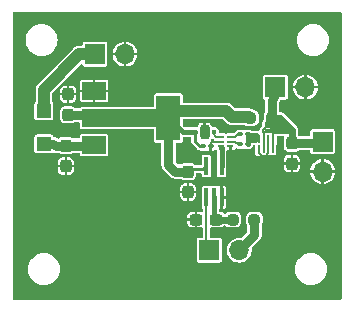
<source format=gbr>
%TF.GenerationSoftware,KiCad,Pcbnew,(6.0.2)*%
%TF.CreationDate,2022-05-16T05:59:00+03:00*%
%TF.ProjectId,FLIM_laser,464c494d-5f6c-4617-9365-722e6b696361,rev?*%
%TF.SameCoordinates,Original*%
%TF.FileFunction,Copper,L1,Top*%
%TF.FilePolarity,Positive*%
%FSLAX46Y46*%
G04 Gerber Fmt 4.6, Leading zero omitted, Abs format (unit mm)*
G04 Created by KiCad (PCBNEW (6.0.2)) date 2022-05-16 05:59:00*
%MOMM*%
%LPD*%
G01*
G04 APERTURE LIST*
G04 Aperture macros list*
%AMRoundRect*
0 Rectangle with rounded corners*
0 $1 Rounding radius*
0 $2 $3 $4 $5 $6 $7 $8 $9 X,Y pos of 4 corners*
0 Add a 4 corners polygon primitive as box body*
4,1,4,$2,$3,$4,$5,$6,$7,$8,$9,$2,$3,0*
0 Add four circle primitives for the rounded corners*
1,1,$1+$1,$2,$3*
1,1,$1+$1,$4,$5*
1,1,$1+$1,$6,$7*
1,1,$1+$1,$8,$9*
0 Add four rect primitives between the rounded corners*
20,1,$1+$1,$2,$3,$4,$5,0*
20,1,$1+$1,$4,$5,$6,$7,0*
20,1,$1+$1,$6,$7,$8,$9,0*
20,1,$1+$1,$8,$9,$2,$3,0*%
G04 Aperture macros list end*
%TA.AperFunction,ComponentPad*%
%ADD10R,1.700000X1.700000*%
%TD*%
%TA.AperFunction,ComponentPad*%
%ADD11O,1.700000X1.700000*%
%TD*%
%TA.AperFunction,SMDPad,CuDef*%
%ADD12RoundRect,0.237500X0.300000X0.237500X-0.300000X0.237500X-0.300000X-0.237500X0.300000X-0.237500X0*%
%TD*%
%TA.AperFunction,SMDPad,CuDef*%
%ADD13R,2.000000X1.500000*%
%TD*%
%TA.AperFunction,SMDPad,CuDef*%
%ADD14R,2.000000X3.800000*%
%TD*%
%TA.AperFunction,SMDPad,CuDef*%
%ADD15RoundRect,0.100000X0.100000X-0.100000X0.100000X0.100000X-0.100000X0.100000X-0.100000X-0.100000X0*%
%TD*%
%TA.AperFunction,SMDPad,CuDef*%
%ADD16RoundRect,0.200000X0.200000X-0.400000X0.200000X0.400000X-0.200000X0.400000X-0.200000X-0.400000X0*%
%TD*%
%TA.AperFunction,SMDPad,CuDef*%
%ADD17RoundRect,0.237500X0.237500X-0.300000X0.237500X0.300000X-0.237500X0.300000X-0.237500X-0.300000X0*%
%TD*%
%TA.AperFunction,SMDPad,CuDef*%
%ADD18RoundRect,0.237500X-0.237500X0.300000X-0.237500X-0.300000X0.237500X-0.300000X0.237500X0.300000X0*%
%TD*%
%TA.AperFunction,SMDPad,CuDef*%
%ADD19R,0.400000X1.500000*%
%TD*%
%TA.AperFunction,SMDPad,CuDef*%
%ADD20RoundRect,0.100000X-0.130000X-0.100000X0.130000X-0.100000X0.130000X0.100000X-0.130000X0.100000X0*%
%TD*%
%TA.AperFunction,SMDPad,CuDef*%
%ADD21RoundRect,0.237500X0.250000X0.237500X-0.250000X0.237500X-0.250000X-0.237500X0.250000X-0.237500X0*%
%TD*%
%TA.AperFunction,SMDPad,CuDef*%
%ADD22RoundRect,0.057500X-0.192500X-0.057500X0.192500X-0.057500X0.192500X0.057500X-0.192500X0.057500X0*%
%TD*%
%TA.AperFunction,SMDPad,CuDef*%
%ADD23RoundRect,0.053750X-0.196250X-0.053750X0.196250X-0.053750X0.196250X0.053750X-0.196250X0.053750X0*%
%TD*%
%TA.AperFunction,SMDPad,CuDef*%
%ADD24R,1.200000X1.200000*%
%TD*%
%TA.AperFunction,SMDPad,CuDef*%
%ADD25RoundRect,0.237500X-0.250000X-0.237500X0.250000X-0.237500X0.250000X0.237500X-0.250000X0.237500X0*%
%TD*%
%TA.AperFunction,SMDPad,CuDef*%
%ADD26RoundRect,0.045000X-0.045000X0.305000X-0.045000X-0.305000X0.045000X-0.305000X0.045000X0.305000X0*%
%TD*%
%TA.AperFunction,SMDPad,CuDef*%
%ADD27RoundRect,0.045000X-0.045000X0.705000X-0.045000X-0.705000X0.045000X-0.705000X0.045000X0.705000X0*%
%TD*%
%TA.AperFunction,ViaPad*%
%ADD28C,0.800000*%
%TD*%
%TA.AperFunction,Conductor*%
%ADD29C,0.800000*%
%TD*%
%TA.AperFunction,Conductor*%
%ADD30C,0.250000*%
%TD*%
%TA.AperFunction,Conductor*%
%ADD31C,0.200000*%
%TD*%
%TA.AperFunction,Conductor*%
%ADD32C,0.400000*%
%TD*%
%TA.AperFunction,Conductor*%
%ADD33C,1.000000*%
%TD*%
%TA.AperFunction,Conductor*%
%ADD34C,1.500000*%
%TD*%
%TA.AperFunction,Conductor*%
%ADD35C,0.600000*%
%TD*%
%TA.AperFunction,Conductor*%
%ADD36C,0.300000*%
%TD*%
G04 APERTURE END LIST*
D10*
%TO.P,J4,1,Pin_1*%
%TO.N,Net-(J4-Pad1)*%
X162600000Y-59200000D03*
D11*
%TO.P,J4,2,Pin_2*%
%TO.N,Net-(J4-Pad2)*%
X165140000Y-59200000D03*
%TD*%
D12*
%TO.P,C6,1*%
%TO.N,Net-(C6-Pad1)*%
X163200000Y-56600000D03*
%TO.P,C6,2*%
%TO.N,GND*%
X161475000Y-56600000D03*
%TD*%
D13*
%TO.P,U1,1,GND*%
%TO.N,GND*%
X152850000Y-45700000D03*
D14*
%TO.P,U1,2,VO*%
%TO.N,+5V*%
X159150000Y-48000000D03*
D13*
X152850000Y-48000000D03*
%TO.P,U1,3,VI*%
%TO.N,Net-(C1-Pad1)*%
X152850000Y-50300000D03*
%TD*%
D15*
%TO.P,C4,1,1*%
%TO.N,+5V*%
X161400000Y-49200000D03*
D16*
%TO.P,C4,2,2*%
%TO.N,GND*%
X162200000Y-49200000D03*
D15*
%TO.P,C4,3,3*%
%TO.N,Net-(U2-PadA1)*%
X163000000Y-49200000D03*
%TD*%
D17*
%TO.P,C2,1*%
%TO.N,+5V*%
X150650000Y-47725000D03*
%TO.P,C2,2*%
%TO.N,GND*%
X150650000Y-46000000D03*
%TD*%
D10*
%TO.P,J1,1,Pin_1*%
%TO.N,Net-(C3-Pad1)*%
X168200000Y-45400000D03*
D11*
%TO.P,J1,2,Pin_2*%
%TO.N,GND*%
X170740000Y-45400000D03*
%TD*%
D10*
%TO.P,J2,1,Pin_1*%
%TO.N,Net-(D1-Pad2)*%
X152925000Y-42600000D03*
D11*
%TO.P,J2,2,Pin_2*%
%TO.N,GND*%
X155465000Y-42600000D03*
%TD*%
D18*
%TO.P,C7,1*%
%TO.N,+5V*%
X160800000Y-52537500D03*
%TO.P,C7,2*%
%TO.N,GND*%
X160800000Y-54262500D03*
%TD*%
D10*
%TO.P,J3,1,Pin_1*%
%TO.N,Net-(C3-Pad1)*%
X172200000Y-50000000D03*
D11*
%TO.P,J3,2,Pin_2*%
%TO.N,GND*%
X172200000Y-52540000D03*
%TD*%
D19*
%TO.P,U3,1*%
%TO.N,Net-(J4-Pad1)*%
X162350000Y-54730000D03*
%TO.P,U3,2*%
%TO.N,Net-(C6-Pad1)*%
X163000000Y-54730000D03*
%TO.P,U3,3,GND*%
%TO.N,GND*%
X163650000Y-54730000D03*
%TO.P,U3,4*%
%TO.N,Net-(U2-PadC1)*%
X163650000Y-52070000D03*
%TO.P,U3,5,VCC*%
%TO.N,+5V*%
X162350000Y-52070000D03*
%TD*%
D20*
%TO.P,C5,1*%
%TO.N,+5V*%
X162080000Y-50400000D03*
%TO.P,C5,2*%
%TO.N,GND*%
X162720000Y-50400000D03*
%TD*%
D21*
%TO.P,R4,1*%
%TO.N,Net-(J4-Pad2)*%
X166425000Y-56600000D03*
%TO.P,R4,2*%
%TO.N,Net-(C6-Pad1)*%
X164600000Y-56600000D03*
%TD*%
D18*
%TO.P,C1,1*%
%TO.N,Net-(C1-Pad1)*%
X150450000Y-50337500D03*
%TO.P,C1,2*%
%TO.N,GND*%
X150450000Y-52062500D03*
%TD*%
D22*
%TO.P,U2,A1,VDD*%
%TO.N,Net-(U2-PadA1)*%
X163600000Y-49592500D03*
D23*
%TO.P,U2,A2,OUTH*%
%TO.N,Net-(R2-Pad1)*%
X164400000Y-49592500D03*
D22*
%TO.P,U2,B1,GND*%
%TO.N,GND*%
X163600000Y-50000000D03*
%TO.P,U2,B2,OUTL*%
%TO.N,Net-(R3-Pad1)*%
X164400000Y-50000000D03*
%TO.P,U2,C1,IN+*%
%TO.N,Net-(U2-PadC1)*%
X163600000Y-50400000D03*
%TO.P,U2,C2,IN-*%
%TO.N,GND*%
X164400000Y-50400000D03*
%TD*%
D24*
%TO.P,D1,1,K*%
%TO.N,Net-(C1-Pad1)*%
X148600000Y-50200000D03*
%TO.P,D1,2,A*%
%TO.N,Net-(D1-Pad2)*%
X148600000Y-47400000D03*
%TD*%
D20*
%TO.P,R2,1*%
%TO.N,Net-(R2-Pad1)*%
X165225000Y-49400000D03*
%TO.P,R2,2*%
%TO.N,Net-(M1-Pad1)*%
X165865000Y-49400000D03*
%TD*%
D25*
%TO.P,R1,1*%
%TO.N,+5V*%
X166087500Y-48000000D03*
%TO.P,R1,2*%
%TO.N,Net-(C3-Pad1)*%
X167912500Y-48000000D03*
%TD*%
D18*
%TO.P,C3,1*%
%TO.N,Net-(C3-Pad1)*%
X169600000Y-50137500D03*
%TO.P,C3,2*%
%TO.N,GND*%
X169600000Y-51862500D03*
%TD*%
D20*
%TO.P,R3,1*%
%TO.N,Net-(R3-Pad1)*%
X165225000Y-50200000D03*
%TO.P,R3,2*%
%TO.N,Net-(M1-Pad1)*%
X165865000Y-50200000D03*
%TD*%
D26*
%TO.P,M1,1,G*%
%TO.N,Net-(M1-Pad1)*%
X166780000Y-49750000D03*
%TO.P,M1,2,Sub*%
%TO.N,GND*%
X166780000Y-50650000D03*
D27*
%TO.P,M1,3,D*%
%TO.N,Net-(C3-Pad1)*%
X167200000Y-50200000D03*
%TO.P,M1,4,S*%
%TO.N,GND*%
X167600000Y-50200000D03*
%TO.P,M1,5,D*%
%TO.N,Net-(C3-Pad1)*%
X168000000Y-50200000D03*
%TD*%
D28*
%TO.N,GND*%
X161000000Y-45200000D03*
X156600000Y-40200000D03*
X170600000Y-47800000D03*
X158400000Y-42200000D03*
X166000000Y-51200000D03*
X148600000Y-53800000D03*
X167200000Y-54200000D03*
X154800000Y-40000000D03*
X158600000Y-60000000D03*
X167800000Y-42400000D03*
X156400000Y-62200000D03*
X172000000Y-56600000D03*
X164000000Y-62400000D03*
X153800000Y-54000000D03*
X156000000Y-45400000D03*
X151400000Y-56400000D03*
X163400000Y-42200000D03*
X153600000Y-60000000D03*
X167200000Y-51800000D03*
X165200000Y-45000000D03*
X158600000Y-54000000D03*
X155800000Y-50200000D03*
X172200000Y-48200000D03*
X161000000Y-40200000D03*
X165400000Y-40400000D03*
X155800000Y-56800000D03*
X169200000Y-54800000D03*
X152200000Y-40400000D03*
%TD*%
D29*
%TO.N,Net-(C1-Pad1)*%
X150387500Y-50400000D02*
X150450000Y-50337500D01*
X150450000Y-50337500D02*
X152812500Y-50337500D01*
X152812500Y-50337500D02*
X152850000Y-50300000D01*
X149600000Y-50400000D02*
X150387500Y-50400000D01*
X148600000Y-50200000D02*
X149400000Y-50200000D01*
X149400000Y-50200000D02*
X149600000Y-50400000D01*
D30*
X150312500Y-50200000D02*
X150450000Y-50337500D01*
D31*
%TO.N,GND*%
X162800000Y-50000000D02*
X163600000Y-50000000D01*
X162720000Y-50080000D02*
X162800000Y-50000000D01*
X166780000Y-50974798D02*
X167024722Y-51219520D01*
X167024722Y-51219520D02*
X167375278Y-51219520D01*
X167600000Y-50994798D02*
X167600000Y-50200000D01*
X166780000Y-50650000D02*
X166780000Y-50974798D01*
X162720000Y-50400000D02*
X162720000Y-50080000D01*
X167375278Y-51219520D02*
X167600000Y-50994798D01*
D32*
%TO.N,+5V*%
X160350000Y-49200000D02*
X161400480Y-49200000D01*
D33*
X159750000Y-47400000D02*
X159150000Y-48000000D01*
D30*
X162082500Y-52337500D02*
X162350000Y-52070000D01*
D33*
X166087500Y-48000000D02*
X165987980Y-47900480D01*
D30*
X161400000Y-49200480D02*
X161400480Y-49200000D01*
X161800000Y-50400000D02*
X161400000Y-50000000D01*
D29*
X159150000Y-51950000D02*
X159737500Y-52537500D01*
D30*
X161400000Y-50000000D02*
X161400000Y-49200480D01*
X162080000Y-50400000D02*
X161800000Y-50400000D01*
D29*
X159737500Y-52537500D02*
X160800000Y-52537500D01*
D30*
X160800000Y-52337500D02*
X162082500Y-52337500D01*
D29*
X159150000Y-48000000D02*
X159150000Y-51950000D01*
D33*
X164000000Y-47400000D02*
X159750000Y-47400000D01*
D34*
X152850000Y-48000000D02*
X159150000Y-48000000D01*
D29*
X152575000Y-47725000D02*
X152850000Y-48000000D01*
D30*
X165887500Y-48200000D02*
X166087500Y-48000000D01*
D32*
X159150000Y-48000000D02*
X160350000Y-49200000D01*
D33*
X164500480Y-47900480D02*
X164000000Y-47400000D01*
X165987980Y-47900480D02*
X164500480Y-47900480D01*
D29*
X150650000Y-47725000D02*
X152575000Y-47725000D01*
D35*
%TO.N,Net-(C6-Pad1)*%
X164600000Y-56600000D02*
X163200000Y-56600000D01*
D32*
X163200000Y-56600000D02*
X163000000Y-56400000D01*
X163000000Y-56400000D02*
X163000000Y-54730000D01*
D33*
%TO.N,Net-(D1-Pad2)*%
X148600000Y-45600000D02*
X151600000Y-42600000D01*
X148600000Y-47400000D02*
X148600000Y-45600000D01*
X151600000Y-42600000D02*
X152460000Y-42600000D01*
D31*
%TO.N,Net-(R2-Pad1)*%
X164800000Y-49600000D02*
X165000000Y-49400000D01*
X165000000Y-49400000D02*
X165225000Y-49400000D01*
X164792500Y-49592500D02*
X164800000Y-49600000D01*
X164400000Y-49592500D02*
X164792500Y-49592500D01*
%TO.N,Net-(U2-PadA1)*%
X162900000Y-49300000D02*
X163185480Y-49585480D01*
X162900000Y-49200000D02*
X162900000Y-49300000D01*
X163185480Y-49585480D02*
X163555382Y-49585480D01*
D32*
%TO.N,Net-(U2-PadC1)*%
X163650000Y-50564520D02*
X163600000Y-50514520D01*
X163650000Y-52070000D02*
X163650000Y-50564520D01*
D36*
%TO.N,Net-(M1-Pad1)*%
X165865000Y-49400000D02*
X166000000Y-49400000D01*
X166000000Y-49400000D02*
X166200000Y-49600000D01*
X166720000Y-49690000D02*
X166720000Y-49810000D01*
D31*
X166770000Y-49400000D02*
X166770000Y-49750000D01*
D32*
X165865000Y-49400000D02*
X165865000Y-49935000D01*
D36*
X166200000Y-49800000D02*
X166100000Y-49700000D01*
X166720000Y-49810000D02*
X166595000Y-49935000D01*
X165865000Y-49935000D02*
X166100000Y-49700000D01*
D31*
X165865000Y-49400000D02*
X166770000Y-49400000D01*
D36*
X166595000Y-49935000D02*
X165865000Y-49935000D01*
X166200000Y-49600000D02*
X166630000Y-49600000D01*
D32*
X165865000Y-49935000D02*
X165865000Y-50200000D01*
D36*
X166630000Y-49600000D02*
X166720000Y-49690000D01*
X166600000Y-49800000D02*
X166200000Y-49800000D01*
D31*
%TO.N,Net-(C3-Pad1)*%
X167800000Y-48600000D02*
X167800000Y-48800000D01*
D35*
X167800000Y-48600000D02*
X169200000Y-48600000D01*
D31*
X168000000Y-49000000D02*
X168000000Y-48800000D01*
X167800000Y-48112500D02*
X167912500Y-48000000D01*
D29*
X169600000Y-50137500D02*
X172062500Y-50137500D01*
D35*
X168200000Y-45400000D02*
X168200000Y-46200000D01*
D31*
X167912500Y-48000000D02*
X167912500Y-48087500D01*
X167600000Y-48600000D02*
X167800000Y-48600000D01*
D35*
X168200000Y-46200000D02*
X168000000Y-46400000D01*
D29*
X172062500Y-50137500D02*
X172200000Y-50000000D01*
D31*
X167912500Y-48087500D02*
X167600000Y-48400000D01*
D29*
X167912500Y-48000000D02*
X167912500Y-48450000D01*
D31*
X167400000Y-49000000D02*
X168000000Y-49000000D01*
X167400000Y-48800000D02*
X167400000Y-48400000D01*
D35*
X168000000Y-49000000D02*
X169600000Y-49000000D01*
D31*
X167188560Y-49150480D02*
X167950480Y-49150480D01*
X168000000Y-48800000D02*
X167800000Y-48800000D01*
D35*
X169600000Y-49000000D02*
X169600000Y-50137500D01*
D31*
X167950480Y-49150480D02*
X168000000Y-49200000D01*
X168000000Y-50200000D02*
X168000000Y-49200000D01*
X167169520Y-49030480D02*
X167400000Y-48800000D01*
X167600000Y-48600000D02*
X167400000Y-48800000D01*
X167169520Y-49169520D02*
X167188560Y-49150480D01*
X167200000Y-49200000D02*
X167200000Y-50200000D01*
X168000000Y-49200000D02*
X168000000Y-49000000D01*
D29*
X168000000Y-46400000D02*
X167912500Y-46487500D01*
D31*
X167400000Y-48800000D02*
X167300000Y-48900000D01*
X167800000Y-48800000D02*
X167400000Y-48800000D01*
X167300000Y-48900000D02*
X167400000Y-49000000D01*
X167300000Y-48900000D02*
X167169520Y-49030480D01*
D35*
X168600000Y-48000000D02*
X169300000Y-48700000D01*
D31*
X167912500Y-48487500D02*
X167800000Y-48600000D01*
D35*
X167912500Y-48000000D02*
X168600000Y-48000000D01*
X169300000Y-48700000D02*
X169600000Y-49000000D01*
D31*
X167169520Y-49030480D02*
X167169520Y-49169520D01*
X168000000Y-48087500D02*
X167912500Y-48000000D01*
X167169520Y-49169520D02*
X167200000Y-49200000D01*
X167600000Y-48400000D02*
X167600000Y-48600000D01*
X167800000Y-48800000D02*
X167800000Y-48112500D01*
X167800000Y-48000000D02*
X167912500Y-48000000D01*
X167912500Y-48487500D02*
X167912500Y-48000000D01*
D29*
X167912500Y-46487500D02*
X167912500Y-48000000D01*
D31*
X167400000Y-48400000D02*
X167800000Y-48000000D01*
X168000000Y-48800000D02*
X168000000Y-48087500D01*
D35*
X169200000Y-48600000D02*
X169300000Y-48700000D01*
D31*
%TO.N,Net-(R3-Pad1)*%
X164400000Y-50000000D02*
X164800000Y-50000000D01*
X164800000Y-50000000D02*
X165000000Y-50200000D01*
X165000000Y-50200000D02*
X165225000Y-50200000D01*
%TO.N,Net-(J4-Pad1)*%
X162350000Y-58950000D02*
X162350000Y-54730000D01*
D30*
X162337020Y-54742980D02*
X162350000Y-54730000D01*
D31*
X162600000Y-59200000D02*
X162350000Y-58950000D01*
D29*
%TO.N,Net-(J4-Pad2)*%
X166425000Y-56600000D02*
X166425000Y-57915000D01*
X166425000Y-57915000D02*
X165140000Y-59200000D01*
%TD*%
%TA.AperFunction,Conductor*%
%TO.N,GND*%
G36*
X173759191Y-39018907D02*
G01*
X173795155Y-39068407D01*
X173800000Y-39099000D01*
X173800000Y-63301000D01*
X173781093Y-63359191D01*
X173731593Y-63395155D01*
X173701000Y-63400000D01*
X146099000Y-63400000D01*
X146040809Y-63381093D01*
X146004845Y-63331593D01*
X146000000Y-63301000D01*
X146000000Y-60800000D01*
X147244341Y-60800000D01*
X147264937Y-61035408D01*
X147326097Y-61263663D01*
X147425965Y-61477829D01*
X147561505Y-61671401D01*
X147728599Y-61838495D01*
X147922171Y-61974035D01*
X148136337Y-62073903D01*
X148364592Y-62135063D01*
X148449431Y-62142486D01*
X148538870Y-62150311D01*
X148538878Y-62150311D01*
X148541034Y-62150500D01*
X148658966Y-62150500D01*
X148661122Y-62150311D01*
X148661130Y-62150311D01*
X148750569Y-62142486D01*
X148835408Y-62135063D01*
X149063663Y-62073903D01*
X149277829Y-61974035D01*
X149471401Y-61838495D01*
X149638495Y-61671401D01*
X149771554Y-61481374D01*
X149771554Y-61481373D01*
X149774035Y-61477830D01*
X149873903Y-61263663D01*
X149935063Y-61035408D01*
X149955659Y-60800000D01*
X169844341Y-60800000D01*
X169864937Y-61035408D01*
X169926097Y-61263663D01*
X170025965Y-61477829D01*
X170161505Y-61671401D01*
X170328599Y-61838495D01*
X170522171Y-61974035D01*
X170736337Y-62073903D01*
X170964592Y-62135063D01*
X171049431Y-62142486D01*
X171138870Y-62150311D01*
X171138878Y-62150311D01*
X171141034Y-62150500D01*
X171258966Y-62150500D01*
X171261122Y-62150311D01*
X171261130Y-62150311D01*
X171350569Y-62142486D01*
X171435408Y-62135063D01*
X171663663Y-62073903D01*
X171877829Y-61974035D01*
X172071401Y-61838495D01*
X172238495Y-61671401D01*
X172371554Y-61481374D01*
X172371554Y-61481373D01*
X172374035Y-61477830D01*
X172473903Y-61263663D01*
X172535063Y-61035408D01*
X172555659Y-60800000D01*
X172535063Y-60564592D01*
X172473903Y-60336337D01*
X172374035Y-60122171D01*
X172238495Y-59928599D01*
X172071401Y-59761505D01*
X171877829Y-59625965D01*
X171663663Y-59526097D01*
X171435408Y-59464937D01*
X171350569Y-59457514D01*
X171261130Y-59449689D01*
X171261122Y-59449689D01*
X171258966Y-59449500D01*
X171141034Y-59449500D01*
X171138878Y-59449689D01*
X171138870Y-59449689D01*
X171049431Y-59457514D01*
X170964592Y-59464937D01*
X170736337Y-59526097D01*
X170522171Y-59625965D01*
X170328599Y-59761505D01*
X170161505Y-59928599D01*
X170136420Y-59964424D01*
X170028447Y-60118625D01*
X170028446Y-60118627D01*
X170025965Y-60122170D01*
X169926097Y-60336337D01*
X169864937Y-60564592D01*
X169844341Y-60800000D01*
X149955659Y-60800000D01*
X149935063Y-60564592D01*
X149873903Y-60336337D01*
X149774035Y-60122171D01*
X149737328Y-60069748D01*
X161549500Y-60069748D01*
X161561133Y-60128231D01*
X161605448Y-60194552D01*
X161671769Y-60238867D01*
X161681332Y-60240769D01*
X161681334Y-60240770D01*
X161704005Y-60245279D01*
X161730252Y-60250500D01*
X163469748Y-60250500D01*
X163495995Y-60245279D01*
X163518666Y-60240770D01*
X163518668Y-60240769D01*
X163528231Y-60238867D01*
X163594552Y-60194552D01*
X163638867Y-60128231D01*
X163650500Y-60069748D01*
X163650500Y-59185262D01*
X164084520Y-59185262D01*
X164101759Y-59390553D01*
X164103092Y-59395201D01*
X164103092Y-59395202D01*
X164141150Y-59527925D01*
X164158544Y-59588586D01*
X164252712Y-59771818D01*
X164380677Y-59933270D01*
X164384357Y-59936402D01*
X164384359Y-59936404D01*
X164497017Y-60032283D01*
X164537564Y-60066791D01*
X164541787Y-60069151D01*
X164541791Y-60069154D01*
X164647498Y-60128231D01*
X164717398Y-60167297D01*
X164721996Y-60168791D01*
X164908724Y-60229463D01*
X164908726Y-60229464D01*
X164913329Y-60230959D01*
X165117894Y-60255351D01*
X165122716Y-60254980D01*
X165122719Y-60254980D01*
X165193259Y-60249552D01*
X165323300Y-60239546D01*
X165521725Y-60184145D01*
X165526038Y-60181966D01*
X165526044Y-60181964D01*
X165701289Y-60093441D01*
X165701291Y-60093440D01*
X165705610Y-60091258D01*
X165740943Y-60063653D01*
X165864135Y-59967406D01*
X165864139Y-59967402D01*
X165867951Y-59964424D01*
X166002564Y-59808472D01*
X166021231Y-59775613D01*
X166101934Y-59633550D01*
X166101935Y-59633547D01*
X166104323Y-59629344D01*
X166117882Y-59588586D01*
X166167824Y-59438454D01*
X166167824Y-59438452D01*
X166169351Y-59433863D01*
X166195171Y-59229474D01*
X166195583Y-59200000D01*
X166194138Y-59185262D01*
X166181724Y-59058652D01*
X166194863Y-58998893D01*
X166210248Y-58978987D01*
X166817199Y-58372036D01*
X166826936Y-58363498D01*
X166848129Y-58347236D01*
X166853282Y-58343282D01*
X166949536Y-58217841D01*
X167010044Y-58071762D01*
X167025500Y-57954361D01*
X167030682Y-57915000D01*
X167026347Y-57882072D01*
X167025500Y-57869151D01*
X167025500Y-57132822D01*
X167044867Y-57074004D01*
X167062063Y-57050722D01*
X167066461Y-57044768D01*
X167068996Y-57037551D01*
X167108102Y-56926191D01*
X167110101Y-56920500D01*
X167110678Y-56914397D01*
X167112782Y-56892144D01*
X167112782Y-56892134D01*
X167113000Y-56889833D01*
X167112999Y-56310168D01*
X167110101Y-56279500D01*
X167108103Y-56273809D01*
X167068913Y-56162214D01*
X167066461Y-56155232D01*
X166988211Y-56049289D01*
X166882268Y-55971039D01*
X166758000Y-55927399D01*
X166751996Y-55926831D01*
X166751994Y-55926831D01*
X166729644Y-55924718D01*
X166729634Y-55924718D01*
X166727333Y-55924500D01*
X166425130Y-55924500D01*
X166122668Y-55924501D01*
X166092000Y-55927399D01*
X166086316Y-55929395D01*
X166086312Y-55929396D01*
X165974714Y-55968587D01*
X165967732Y-55971039D01*
X165861789Y-56049289D01*
X165783539Y-56155232D01*
X165781087Y-56162214D01*
X165774868Y-56179923D01*
X165739899Y-56279500D01*
X165739332Y-56285503D01*
X165739331Y-56285506D01*
X165737219Y-56307852D01*
X165737000Y-56310167D01*
X165737001Y-56889832D01*
X165739899Y-56920500D01*
X165741895Y-56926184D01*
X165741896Y-56926188D01*
X165781087Y-57037786D01*
X165783539Y-57044768D01*
X165787937Y-57050722D01*
X165805133Y-57074004D01*
X165824500Y-57132822D01*
X165824500Y-57625257D01*
X165805593Y-57683448D01*
X165795504Y-57695261D01*
X165360790Y-58129975D01*
X165306273Y-58157752D01*
X165280438Y-58158429D01*
X165152185Y-58144949D01*
X165152183Y-58144949D01*
X165147369Y-58144443D01*
X165091800Y-58149500D01*
X164947022Y-58162675D01*
X164947017Y-58162676D01*
X164942203Y-58163114D01*
X164744572Y-58221280D01*
X164562002Y-58316726D01*
X164558231Y-58319758D01*
X164405220Y-58442781D01*
X164405217Y-58442783D01*
X164401447Y-58445815D01*
X164269024Y-58603630D01*
X164169776Y-58784162D01*
X164107484Y-58980532D01*
X164106944Y-58985344D01*
X164106944Y-58985345D01*
X164103946Y-59012078D01*
X164084520Y-59185262D01*
X163650500Y-59185262D01*
X163650500Y-58330252D01*
X163638867Y-58271769D01*
X163594552Y-58205448D01*
X163528231Y-58161133D01*
X163518668Y-58159231D01*
X163518666Y-58159230D01*
X163495995Y-58154721D01*
X163469748Y-58149500D01*
X162749500Y-58149500D01*
X162691309Y-58130593D01*
X162655345Y-58081093D01*
X162650500Y-58050500D01*
X162650500Y-57353824D01*
X162669407Y-57295633D01*
X162718907Y-57259669D01*
X162782303Y-57260417D01*
X162811301Y-57270601D01*
X162811311Y-57270603D01*
X162817000Y-57272601D01*
X162823004Y-57273169D01*
X162823006Y-57273169D01*
X162845356Y-57275282D01*
X162845366Y-57275282D01*
X162847667Y-57275500D01*
X163199848Y-57275500D01*
X163552332Y-57275499D01*
X163583000Y-57272601D01*
X163588684Y-57270605D01*
X163588688Y-57270604D01*
X163700286Y-57231413D01*
X163707268Y-57228961D01*
X163813211Y-57150711D01*
X163817605Y-57144762D01*
X163817609Y-57144758D01*
X163820617Y-57140685D01*
X163870396Y-57105109D01*
X163900252Y-57100500D01*
X163949748Y-57100500D01*
X164007939Y-57119407D01*
X164029383Y-57140685D01*
X164032391Y-57144758D01*
X164032395Y-57144762D01*
X164036789Y-57150711D01*
X164142732Y-57228961D01*
X164267000Y-57272601D01*
X164273004Y-57273169D01*
X164273006Y-57273169D01*
X164295356Y-57275282D01*
X164295366Y-57275282D01*
X164297667Y-57275500D01*
X164599870Y-57275500D01*
X164902332Y-57275499D01*
X164933000Y-57272601D01*
X164938684Y-57270605D01*
X164938688Y-57270604D01*
X165050286Y-57231413D01*
X165057268Y-57228961D01*
X165163211Y-57150711D01*
X165241461Y-57044768D01*
X165243996Y-57037551D01*
X165283102Y-56926191D01*
X165285101Y-56920500D01*
X165285678Y-56914397D01*
X165287782Y-56892144D01*
X165287782Y-56892134D01*
X165288000Y-56889833D01*
X165287999Y-56310168D01*
X165285101Y-56279500D01*
X165283103Y-56273809D01*
X165243913Y-56162214D01*
X165241461Y-56155232D01*
X165163211Y-56049289D01*
X165057268Y-55971039D01*
X164933000Y-55927399D01*
X164926996Y-55926831D01*
X164926994Y-55926831D01*
X164904644Y-55924718D01*
X164904634Y-55924718D01*
X164902333Y-55924500D01*
X164600130Y-55924500D01*
X164297668Y-55924501D01*
X164267000Y-55927399D01*
X164261316Y-55929395D01*
X164261312Y-55929396D01*
X164149714Y-55968587D01*
X164142732Y-55971039D01*
X164036789Y-56049289D01*
X164032395Y-56055238D01*
X164032391Y-56055242D01*
X164029383Y-56059315D01*
X163979604Y-56094891D01*
X163949748Y-56099500D01*
X163900252Y-56099500D01*
X163842061Y-56080593D01*
X163820617Y-56059315D01*
X163817609Y-56055242D01*
X163817605Y-56055238D01*
X163813211Y-56049289D01*
X163707268Y-55971039D01*
X163583000Y-55927399D01*
X163576996Y-55926831D01*
X163576994Y-55926831D01*
X163554644Y-55924718D01*
X163554634Y-55924718D01*
X163552333Y-55924500D01*
X163499500Y-55924500D01*
X163441309Y-55905593D01*
X163405345Y-55856093D01*
X163400500Y-55825500D01*
X163400500Y-55779000D01*
X163419407Y-55720809D01*
X163468907Y-55684845D01*
X163499500Y-55680000D01*
X163534320Y-55680000D01*
X163547005Y-55675878D01*
X163550000Y-55671757D01*
X163550000Y-55664320D01*
X163750000Y-55664320D01*
X163754122Y-55677005D01*
X163758243Y-55680000D01*
X163864840Y-55680000D01*
X163874462Y-55679052D01*
X163918474Y-55670298D01*
X163936142Y-55662979D01*
X163986082Y-55629611D01*
X163999611Y-55616082D01*
X164032979Y-55566142D01*
X164040298Y-55548474D01*
X164049052Y-55504462D01*
X164050000Y-55494840D01*
X164050000Y-54845680D01*
X164045878Y-54832995D01*
X164041757Y-54830000D01*
X163765680Y-54830000D01*
X163752995Y-54834122D01*
X163750000Y-54838243D01*
X163750000Y-55664320D01*
X163550000Y-55664320D01*
X163550000Y-54614320D01*
X163750000Y-54614320D01*
X163754122Y-54627005D01*
X163758243Y-54630000D01*
X164034320Y-54630000D01*
X164047005Y-54625878D01*
X164050000Y-54621757D01*
X164050000Y-53965160D01*
X164049052Y-53955538D01*
X164040298Y-53911526D01*
X164032979Y-53893858D01*
X163999611Y-53843918D01*
X163986082Y-53830389D01*
X163936142Y-53797021D01*
X163918474Y-53789702D01*
X163874462Y-53780948D01*
X163864840Y-53780000D01*
X163765680Y-53780000D01*
X163752995Y-53784122D01*
X163750000Y-53788243D01*
X163750000Y-54614320D01*
X163550000Y-54614320D01*
X163550000Y-53795680D01*
X163545878Y-53782995D01*
X163541757Y-53780000D01*
X163435160Y-53780000D01*
X163425538Y-53780948D01*
X163381527Y-53789702D01*
X163363554Y-53797147D01*
X163302558Y-53801949D01*
X163287778Y-53797147D01*
X163286340Y-53796551D01*
X163278231Y-53791133D01*
X163219748Y-53779500D01*
X162780252Y-53779500D01*
X162757016Y-53784122D01*
X162731329Y-53789231D01*
X162731327Y-53789232D01*
X162721769Y-53791133D01*
X162713666Y-53796548D01*
X162712885Y-53796871D01*
X162651888Y-53801671D01*
X162637115Y-53796871D01*
X162636334Y-53796548D01*
X162628231Y-53791133D01*
X162618673Y-53789232D01*
X162618671Y-53789231D01*
X162592984Y-53784122D01*
X162569748Y-53779500D01*
X162130252Y-53779500D01*
X162107016Y-53784122D01*
X162081334Y-53789230D01*
X162081332Y-53789231D01*
X162071769Y-53791133D01*
X162005448Y-53835448D01*
X161961133Y-53901769D01*
X161959231Y-53911332D01*
X161959230Y-53911334D01*
X161954721Y-53934005D01*
X161949500Y-53960252D01*
X161949500Y-55499748D01*
X161961133Y-55558231D01*
X162005448Y-55624552D01*
X162013558Y-55629971D01*
X162020450Y-55636863D01*
X162017494Y-55639819D01*
X162043345Y-55672540D01*
X162049500Y-55706903D01*
X162049500Y-55855485D01*
X162030593Y-55913676D01*
X161981093Y-55949640D01*
X161917697Y-55948893D01*
X161863597Y-55929894D01*
X161851897Y-55927327D01*
X161829591Y-55925218D01*
X161824955Y-55925000D01*
X161590680Y-55925000D01*
X161577995Y-55929122D01*
X161575000Y-55933243D01*
X161575000Y-57259320D01*
X161579122Y-57272005D01*
X161583243Y-57275000D01*
X161824955Y-57275000D01*
X161829591Y-57274782D01*
X161851897Y-57272673D01*
X161863597Y-57270106D01*
X161917697Y-57251107D01*
X161978866Y-57249666D01*
X162029199Y-57284453D01*
X162049500Y-57344515D01*
X162049500Y-58050500D01*
X162030593Y-58108691D01*
X161981093Y-58144655D01*
X161950500Y-58149500D01*
X161730252Y-58149500D01*
X161704005Y-58154721D01*
X161681334Y-58159230D01*
X161681332Y-58159231D01*
X161671769Y-58161133D01*
X161605448Y-58205448D01*
X161561133Y-58271769D01*
X161549500Y-58330252D01*
X161549500Y-60069748D01*
X149737328Y-60069748D01*
X149638495Y-59928599D01*
X149471401Y-59761505D01*
X149277829Y-59625965D01*
X149063663Y-59526097D01*
X148835408Y-59464937D01*
X148750569Y-59457514D01*
X148661130Y-59449689D01*
X148661122Y-59449689D01*
X148658966Y-59449500D01*
X148541034Y-59449500D01*
X148538878Y-59449689D01*
X148538870Y-59449689D01*
X148449431Y-59457514D01*
X148364592Y-59464937D01*
X148136337Y-59526097D01*
X147922171Y-59625965D01*
X147728599Y-59761505D01*
X147561505Y-59928599D01*
X147536420Y-59964424D01*
X147428447Y-60118625D01*
X147428446Y-60118627D01*
X147425965Y-60122170D01*
X147326097Y-60336337D01*
X147264937Y-60564592D01*
X147244341Y-60800000D01*
X146000000Y-60800000D01*
X146000000Y-56887455D01*
X160737500Y-56887455D01*
X160737718Y-56892091D01*
X160739827Y-56914397D01*
X160742395Y-56926099D01*
X160781534Y-57037551D01*
X160788381Y-57050484D01*
X160857746Y-57144397D01*
X160868103Y-57154754D01*
X160962016Y-57224119D01*
X160974949Y-57230966D01*
X161086401Y-57270105D01*
X161098103Y-57272673D01*
X161120409Y-57274782D01*
X161125045Y-57275000D01*
X161359320Y-57275000D01*
X161372005Y-57270878D01*
X161375000Y-57266757D01*
X161375000Y-56715680D01*
X161370878Y-56702995D01*
X161366757Y-56700000D01*
X160753180Y-56700000D01*
X160740495Y-56704122D01*
X160737500Y-56708243D01*
X160737500Y-56887455D01*
X146000000Y-56887455D01*
X146000000Y-56484320D01*
X160737500Y-56484320D01*
X160741622Y-56497005D01*
X160745743Y-56500000D01*
X161359320Y-56500000D01*
X161372005Y-56495878D01*
X161375000Y-56491757D01*
X161375000Y-55940680D01*
X161370878Y-55927995D01*
X161366757Y-55925000D01*
X161125045Y-55925000D01*
X161120409Y-55925218D01*
X161098103Y-55927327D01*
X161086401Y-55929895D01*
X160974949Y-55969034D01*
X160962016Y-55975881D01*
X160868103Y-56045246D01*
X160857746Y-56055603D01*
X160788381Y-56149516D01*
X160781534Y-56162449D01*
X160742395Y-56273901D01*
X160739827Y-56285603D01*
X160737718Y-56307909D01*
X160737500Y-56312545D01*
X160737500Y-56484320D01*
X146000000Y-56484320D01*
X146000000Y-54612455D01*
X160125000Y-54612455D01*
X160125218Y-54617091D01*
X160127327Y-54639397D01*
X160129895Y-54651099D01*
X160169034Y-54762551D01*
X160175881Y-54775484D01*
X160245246Y-54869397D01*
X160255603Y-54879754D01*
X160349516Y-54949119D01*
X160362449Y-54955966D01*
X160473901Y-54995105D01*
X160485603Y-54997673D01*
X160507909Y-54999782D01*
X160512545Y-55000000D01*
X160684320Y-55000000D01*
X160697005Y-54995878D01*
X160700000Y-54991757D01*
X160700000Y-54984320D01*
X160900000Y-54984320D01*
X160904122Y-54997005D01*
X160908243Y-55000000D01*
X161087455Y-55000000D01*
X161092091Y-54999782D01*
X161114397Y-54997673D01*
X161126099Y-54995105D01*
X161237551Y-54955966D01*
X161250484Y-54949119D01*
X161344397Y-54879754D01*
X161354754Y-54869397D01*
X161424119Y-54775484D01*
X161430966Y-54762551D01*
X161470105Y-54651099D01*
X161472673Y-54639397D01*
X161474782Y-54617091D01*
X161475000Y-54612455D01*
X161475000Y-54378180D01*
X161470878Y-54365495D01*
X161466757Y-54362500D01*
X160915680Y-54362500D01*
X160902995Y-54366622D01*
X160900000Y-54370743D01*
X160900000Y-54984320D01*
X160700000Y-54984320D01*
X160700000Y-54378180D01*
X160695878Y-54365495D01*
X160691757Y-54362500D01*
X160140680Y-54362500D01*
X160127995Y-54366622D01*
X160125000Y-54370743D01*
X160125000Y-54612455D01*
X146000000Y-54612455D01*
X146000000Y-54146820D01*
X160125000Y-54146820D01*
X160129122Y-54159505D01*
X160133243Y-54162500D01*
X160684320Y-54162500D01*
X160697005Y-54158378D01*
X160700000Y-54154257D01*
X160700000Y-54146820D01*
X160900000Y-54146820D01*
X160904122Y-54159505D01*
X160908243Y-54162500D01*
X161459320Y-54162500D01*
X161472005Y-54158378D01*
X161475000Y-54154257D01*
X161475000Y-53912545D01*
X161474782Y-53907909D01*
X161472673Y-53885603D01*
X161470105Y-53873901D01*
X161430966Y-53762449D01*
X161424119Y-53749516D01*
X161354754Y-53655603D01*
X161344397Y-53645246D01*
X161250484Y-53575881D01*
X161237551Y-53569034D01*
X161126099Y-53529895D01*
X161114397Y-53527327D01*
X161092091Y-53525218D01*
X161087455Y-53525000D01*
X160915680Y-53525000D01*
X160902995Y-53529122D01*
X160900000Y-53533243D01*
X160900000Y-54146820D01*
X160700000Y-54146820D01*
X160700000Y-53540680D01*
X160695878Y-53527995D01*
X160691757Y-53525000D01*
X160512545Y-53525000D01*
X160507909Y-53525218D01*
X160485603Y-53527327D01*
X160473901Y-53529895D01*
X160362449Y-53569034D01*
X160349516Y-53575881D01*
X160255603Y-53645246D01*
X160245246Y-53655603D01*
X160175881Y-53749516D01*
X160169034Y-53762449D01*
X160129895Y-53873901D01*
X160127327Y-53885603D01*
X160125218Y-53907909D01*
X160125000Y-53912545D01*
X160125000Y-54146820D01*
X146000000Y-54146820D01*
X146000000Y-52412455D01*
X149775000Y-52412455D01*
X149775218Y-52417091D01*
X149777327Y-52439397D01*
X149779895Y-52451099D01*
X149819034Y-52562551D01*
X149825881Y-52575484D01*
X149895246Y-52669397D01*
X149905603Y-52679754D01*
X149999516Y-52749119D01*
X150012449Y-52755966D01*
X150123901Y-52795105D01*
X150135603Y-52797673D01*
X150157909Y-52799782D01*
X150162545Y-52800000D01*
X150334320Y-52800000D01*
X150347005Y-52795878D01*
X150350000Y-52791757D01*
X150350000Y-52784320D01*
X150550000Y-52784320D01*
X150554122Y-52797005D01*
X150558243Y-52800000D01*
X150737455Y-52800000D01*
X150742091Y-52799782D01*
X150764397Y-52797673D01*
X150776099Y-52795105D01*
X150887551Y-52755966D01*
X150900484Y-52749119D01*
X150994397Y-52679754D01*
X151004754Y-52669397D01*
X151074119Y-52575484D01*
X151080966Y-52562551D01*
X151120105Y-52451099D01*
X151122673Y-52439397D01*
X151124782Y-52417091D01*
X151125000Y-52412455D01*
X151125000Y-52178180D01*
X151120878Y-52165495D01*
X151116757Y-52162500D01*
X150565680Y-52162500D01*
X150552995Y-52166622D01*
X150550000Y-52170743D01*
X150550000Y-52784320D01*
X150350000Y-52784320D01*
X150350000Y-52178180D01*
X150345878Y-52165495D01*
X150341757Y-52162500D01*
X149790680Y-52162500D01*
X149777995Y-52166622D01*
X149775000Y-52170743D01*
X149775000Y-52412455D01*
X146000000Y-52412455D01*
X146000000Y-51946820D01*
X149775000Y-51946820D01*
X149779122Y-51959505D01*
X149783243Y-51962500D01*
X150334320Y-51962500D01*
X150347005Y-51958378D01*
X150350000Y-51954257D01*
X150350000Y-51946820D01*
X150550000Y-51946820D01*
X150554122Y-51959505D01*
X150558243Y-51962500D01*
X151109320Y-51962500D01*
X151122005Y-51958378D01*
X151125000Y-51954257D01*
X151125000Y-51712545D01*
X151124782Y-51707909D01*
X151122673Y-51685603D01*
X151120105Y-51673901D01*
X151080966Y-51562449D01*
X151074119Y-51549516D01*
X151004754Y-51455603D01*
X150994397Y-51445246D01*
X150900484Y-51375881D01*
X150887551Y-51369034D01*
X150776099Y-51329895D01*
X150764397Y-51327327D01*
X150742091Y-51325218D01*
X150737455Y-51325000D01*
X150565680Y-51325000D01*
X150552995Y-51329122D01*
X150550000Y-51333243D01*
X150550000Y-51946820D01*
X150350000Y-51946820D01*
X150350000Y-51340680D01*
X150345878Y-51327995D01*
X150341757Y-51325000D01*
X150162545Y-51325000D01*
X150157909Y-51325218D01*
X150135603Y-51327327D01*
X150123901Y-51329895D01*
X150012449Y-51369034D01*
X149999516Y-51375881D01*
X149905603Y-51445246D01*
X149895246Y-51455603D01*
X149825881Y-51549516D01*
X149819034Y-51562449D01*
X149779895Y-51673901D01*
X149777327Y-51685603D01*
X149775218Y-51707909D01*
X149775000Y-51712545D01*
X149775000Y-51946820D01*
X146000000Y-51946820D01*
X146000000Y-50819748D01*
X147799500Y-50819748D01*
X147811133Y-50878231D01*
X147855448Y-50944552D01*
X147921769Y-50988867D01*
X147931332Y-50990769D01*
X147931334Y-50990770D01*
X147950349Y-50994552D01*
X147980252Y-51000500D01*
X149219748Y-51000500D01*
X149249651Y-50994552D01*
X149268666Y-50990770D01*
X149268668Y-50990769D01*
X149278231Y-50988867D01*
X149300908Y-50973714D01*
X149359798Y-50957105D01*
X149393796Y-50964565D01*
X149437238Y-50982559D01*
X149437240Y-50982560D01*
X149443238Y-50985044D01*
X149600000Y-51005682D01*
X149632928Y-51001347D01*
X149645849Y-51000500D01*
X149934102Y-51000500D01*
X149992919Y-51019866D01*
X150005232Y-51028961D01*
X150129500Y-51072601D01*
X150135504Y-51073169D01*
X150135506Y-51073169D01*
X150157856Y-51075282D01*
X150157866Y-51075282D01*
X150160167Y-51075500D01*
X150449875Y-51075500D01*
X150739832Y-51075499D01*
X150770500Y-51072601D01*
X150776184Y-51070605D01*
X150776188Y-51070604D01*
X150887786Y-51031413D01*
X150894768Y-51028961D01*
X150991700Y-50957367D01*
X151050517Y-50938000D01*
X151550500Y-50938000D01*
X151608691Y-50956907D01*
X151644655Y-51006407D01*
X151649500Y-51037000D01*
X151649500Y-51069748D01*
X151661133Y-51128231D01*
X151705448Y-51194552D01*
X151771769Y-51238867D01*
X151781332Y-51240769D01*
X151781334Y-51240770D01*
X151803838Y-51245246D01*
X151830252Y-51250500D01*
X153869748Y-51250500D01*
X153896162Y-51245246D01*
X153918666Y-51240770D01*
X153918668Y-51240769D01*
X153928231Y-51238867D01*
X153994552Y-51194552D01*
X154038867Y-51128231D01*
X154050500Y-51069748D01*
X154050500Y-49530252D01*
X154043725Y-49496191D01*
X154040770Y-49481334D01*
X154040769Y-49481332D01*
X154038867Y-49471769D01*
X153994552Y-49405448D01*
X153928231Y-49361133D01*
X153918668Y-49359231D01*
X153918666Y-49359230D01*
X153895995Y-49354721D01*
X153869748Y-49349500D01*
X151830252Y-49349500D01*
X151804005Y-49354721D01*
X151781334Y-49359230D01*
X151781332Y-49359231D01*
X151771769Y-49361133D01*
X151705448Y-49405448D01*
X151661133Y-49471769D01*
X151659231Y-49481332D01*
X151659230Y-49481334D01*
X151656275Y-49496191D01*
X151649500Y-49530252D01*
X151649500Y-49638000D01*
X151630593Y-49696191D01*
X151581093Y-49732155D01*
X151550500Y-49737000D01*
X151050517Y-49737000D01*
X150991699Y-49717633D01*
X150894768Y-49646039D01*
X150770500Y-49602399D01*
X150764496Y-49601831D01*
X150764494Y-49601831D01*
X150742144Y-49599718D01*
X150742134Y-49599718D01*
X150739833Y-49599500D01*
X150450125Y-49599500D01*
X150160168Y-49599501D01*
X150129500Y-49602399D01*
X150123816Y-49604395D01*
X150123812Y-49604396D01*
X150018701Y-49641309D01*
X150005232Y-49646039D01*
X149899289Y-49724289D01*
X149898912Y-49723779D01*
X149849378Y-49749017D01*
X149788946Y-49739446D01*
X149773632Y-49729784D01*
X149702841Y-49675464D01*
X149556762Y-49614956D01*
X149480432Y-49604907D01*
X149473725Y-49604024D01*
X149418501Y-49577687D01*
X149397275Y-49539193D01*
X149394501Y-49540342D01*
X149390770Y-49531335D01*
X149388867Y-49521769D01*
X149344552Y-49455448D01*
X149278231Y-49411133D01*
X149268668Y-49409231D01*
X149268666Y-49409230D01*
X149245995Y-49404721D01*
X149219748Y-49399500D01*
X147980252Y-49399500D01*
X147954005Y-49404721D01*
X147931334Y-49409230D01*
X147931332Y-49409231D01*
X147921769Y-49411133D01*
X147855448Y-49455448D01*
X147811133Y-49521769D01*
X147809231Y-49531332D01*
X147809230Y-49531334D01*
X147807246Y-49541309D01*
X147799500Y-49580252D01*
X147799500Y-50819748D01*
X146000000Y-50819748D01*
X146000000Y-48019748D01*
X147799500Y-48019748D01*
X147811133Y-48078231D01*
X147855448Y-48144552D01*
X147921769Y-48188867D01*
X147931332Y-48190769D01*
X147931334Y-48190770D01*
X147954005Y-48195279D01*
X147980252Y-48200500D01*
X149219748Y-48200500D01*
X149245995Y-48195279D01*
X149268666Y-48190770D01*
X149268668Y-48190769D01*
X149278231Y-48188867D01*
X149344552Y-48144552D01*
X149388867Y-48078231D01*
X149400500Y-48019748D01*
X149400500Y-47372667D01*
X149974500Y-47372667D01*
X149974501Y-48077332D01*
X149977399Y-48108000D01*
X149979395Y-48113684D01*
X149979396Y-48113688D01*
X150016972Y-48220686D01*
X150021039Y-48232268D01*
X150099289Y-48338211D01*
X150205232Y-48416461D01*
X150212214Y-48418913D01*
X150228124Y-48424500D01*
X150329500Y-48460101D01*
X150335504Y-48460669D01*
X150335506Y-48460669D01*
X150357856Y-48462782D01*
X150357866Y-48462782D01*
X150360167Y-48463000D01*
X150649875Y-48463000D01*
X150939832Y-48462999D01*
X150970500Y-48460101D01*
X150976184Y-48458105D01*
X150976188Y-48458104D01*
X151087786Y-48418913D01*
X151094768Y-48416461D01*
X151191700Y-48344867D01*
X151250517Y-48325500D01*
X151550500Y-48325500D01*
X151608691Y-48344407D01*
X151644655Y-48393907D01*
X151649500Y-48424500D01*
X151649500Y-48769748D01*
X151654230Y-48793529D01*
X151656014Y-48802494D01*
X151661133Y-48828231D01*
X151705448Y-48894552D01*
X151771769Y-48938867D01*
X151781332Y-48940769D01*
X151781334Y-48940770D01*
X151804005Y-48945279D01*
X151830252Y-48950500D01*
X157850500Y-48950500D01*
X157908691Y-48969407D01*
X157944655Y-49018907D01*
X157949500Y-49049500D01*
X157949500Y-49919748D01*
X157961133Y-49978231D01*
X158005448Y-50044552D01*
X158071769Y-50088867D01*
X158081332Y-50090769D01*
X158081334Y-50090770D01*
X158104005Y-50095279D01*
X158130252Y-50100500D01*
X158450500Y-50100500D01*
X158508691Y-50119407D01*
X158544655Y-50168907D01*
X158549500Y-50199500D01*
X158549500Y-51904151D01*
X158548653Y-51917072D01*
X158544318Y-51950000D01*
X158549500Y-51989361D01*
X158564956Y-52106762D01*
X158625464Y-52252841D01*
X158721718Y-52378282D01*
X158726863Y-52382230D01*
X158726864Y-52382231D01*
X158748067Y-52398501D01*
X158757802Y-52407038D01*
X159280467Y-52929703D01*
X159288999Y-52939432D01*
X159309218Y-52965782D01*
X159340713Y-52989949D01*
X159340714Y-52989950D01*
X159434659Y-53062036D01*
X159580738Y-53122544D01*
X159737500Y-53143182D01*
X159770428Y-53138847D01*
X159783349Y-53138000D01*
X160199483Y-53138000D01*
X160258300Y-53157367D01*
X160355232Y-53228961D01*
X160479500Y-53272601D01*
X160485504Y-53273169D01*
X160485506Y-53273169D01*
X160507856Y-53275282D01*
X160507866Y-53275282D01*
X160510167Y-53275500D01*
X160799875Y-53275500D01*
X161089832Y-53275499D01*
X161120500Y-53272601D01*
X161126184Y-53270605D01*
X161126188Y-53270604D01*
X161237786Y-53231413D01*
X161244768Y-53228961D01*
X161350711Y-53150711D01*
X161428961Y-53044768D01*
X161472601Y-52920500D01*
X161473940Y-52906340D01*
X161475282Y-52892144D01*
X161475282Y-52892134D01*
X161475500Y-52889833D01*
X161475500Y-52762000D01*
X161494407Y-52703809D01*
X161543907Y-52667845D01*
X161574500Y-52663000D01*
X161850500Y-52663000D01*
X161908691Y-52681907D01*
X161944655Y-52731407D01*
X161949500Y-52762000D01*
X161949500Y-52839748D01*
X161961133Y-52898231D01*
X162005448Y-52964552D01*
X162071769Y-53008867D01*
X162081332Y-53010769D01*
X162081334Y-53010770D01*
X162104005Y-53015279D01*
X162130252Y-53020500D01*
X162569748Y-53020500D01*
X162595995Y-53015279D01*
X162618666Y-53010770D01*
X162618668Y-53010769D01*
X162628231Y-53008867D01*
X162694552Y-52964552D01*
X162738867Y-52898231D01*
X162750500Y-52839748D01*
X162750500Y-51300252D01*
X162738867Y-51241769D01*
X162694552Y-51175448D01*
X162628231Y-51131133D01*
X162618668Y-51129231D01*
X162618666Y-51129230D01*
X162595995Y-51124721D01*
X162569748Y-51119500D01*
X162130252Y-51119500D01*
X162104005Y-51124721D01*
X162081334Y-51129230D01*
X162081332Y-51129231D01*
X162071769Y-51131133D01*
X162005448Y-51175448D01*
X161961133Y-51241769D01*
X161949500Y-51300252D01*
X161949500Y-51913000D01*
X161930593Y-51971191D01*
X161881093Y-52007155D01*
X161850500Y-52012000D01*
X161465449Y-52012000D01*
X161407258Y-51993093D01*
X161385817Y-51971819D01*
X161350711Y-51924289D01*
X161244768Y-51846039D01*
X161120500Y-51802399D01*
X161114496Y-51801831D01*
X161114494Y-51801831D01*
X161092144Y-51799718D01*
X161092134Y-51799718D01*
X161089833Y-51799500D01*
X160800125Y-51799500D01*
X160510168Y-51799501D01*
X160479500Y-51802399D01*
X160473816Y-51804395D01*
X160473812Y-51804396D01*
X160362214Y-51843587D01*
X160355232Y-51846039D01*
X160259059Y-51917073D01*
X160258301Y-51917633D01*
X160199483Y-51937000D01*
X160027243Y-51937000D01*
X159969052Y-51918093D01*
X159957240Y-51908004D01*
X159779497Y-51730262D01*
X159751719Y-51675745D01*
X159750500Y-51660258D01*
X159750500Y-50199500D01*
X159769407Y-50141309D01*
X159818907Y-50105345D01*
X159849500Y-50100500D01*
X160169748Y-50100500D01*
X160195995Y-50095279D01*
X160218666Y-50090770D01*
X160218668Y-50090769D01*
X160228231Y-50088867D01*
X160294552Y-50044552D01*
X160338867Y-49978231D01*
X160350500Y-49919748D01*
X160350500Y-49699500D01*
X160369407Y-49641309D01*
X160418907Y-49605345D01*
X160449500Y-49600500D01*
X160975500Y-49600500D01*
X161033691Y-49619407D01*
X161069655Y-49668907D01*
X161074500Y-49699500D01*
X161074500Y-49981466D01*
X161074123Y-49990095D01*
X161070736Y-50028807D01*
X161072978Y-50037174D01*
X161080796Y-50066349D01*
X161082666Y-50074784D01*
X161085485Y-50090770D01*
X161089412Y-50113045D01*
X161093742Y-50120544D01*
X161095738Y-50126029D01*
X161098204Y-50131316D01*
X161100446Y-50139684D01*
X161120909Y-50168907D01*
X161122732Y-50171511D01*
X161127371Y-50178792D01*
X161146806Y-50212455D01*
X161165270Y-50227948D01*
X161176576Y-50237435D01*
X161182944Y-50243270D01*
X161556737Y-50617064D01*
X161562559Y-50623417D01*
X161587545Y-50653194D01*
X161595042Y-50657523D01*
X161595044Y-50657524D01*
X161621206Y-50672628D01*
X161628484Y-50677264D01*
X161660316Y-50699553D01*
X161668682Y-50701795D01*
X161673973Y-50704262D01*
X161679450Y-50706255D01*
X161686955Y-50710588D01*
X161711243Y-50714870D01*
X161715295Y-50715585D01*
X161768042Y-50743013D01*
X161769788Y-50744755D01*
X161777287Y-50752241D01*
X161785643Y-50755935D01*
X161785644Y-50755936D01*
X161872864Y-50794496D01*
X161872866Y-50794496D01*
X161879673Y-50797506D01*
X161887067Y-50798368D01*
X161902378Y-50800153D01*
X161905354Y-50800500D01*
X162254646Y-50800500D01*
X162272561Y-50798368D01*
X162273469Y-50798260D01*
X162273470Y-50798260D01*
X162280846Y-50797382D01*
X162287633Y-50794367D01*
X162287638Y-50794366D01*
X162360363Y-50762063D01*
X162421218Y-50755721D01*
X162440580Y-50761993D01*
X162512980Y-50794000D01*
X162527185Y-50797873D01*
X162542580Y-50799668D01*
X162548292Y-50800000D01*
X162604320Y-50800000D01*
X162617005Y-50795878D01*
X162620000Y-50791757D01*
X162620000Y-50399000D01*
X162638907Y-50340809D01*
X162688407Y-50304845D01*
X162719000Y-50300000D01*
X162721000Y-50300000D01*
X162779191Y-50318907D01*
X162815155Y-50368407D01*
X162820000Y-50399000D01*
X162820000Y-50784320D01*
X162824122Y-50797005D01*
X162828243Y-50800000D01*
X162891639Y-50800000D01*
X162897485Y-50799654D01*
X162913353Y-50797766D01*
X162927519Y-50793872D01*
X163014514Y-50755230D01*
X163029321Y-50745054D01*
X163080435Y-50693850D01*
X163134927Y-50666024D01*
X163195368Y-50675543D01*
X163238670Y-50718770D01*
X163249500Y-50763792D01*
X163249500Y-52839748D01*
X163261133Y-52898231D01*
X163305448Y-52964552D01*
X163371769Y-53008867D01*
X163381332Y-53010769D01*
X163381334Y-53010770D01*
X163404005Y-53015279D01*
X163430252Y-53020500D01*
X163869748Y-53020500D01*
X163895995Y-53015279D01*
X163918666Y-53010770D01*
X163918668Y-53010769D01*
X163928231Y-53008867D01*
X163994552Y-52964552D01*
X164038867Y-52898231D01*
X164050500Y-52839748D01*
X164050500Y-52649846D01*
X171155483Y-52649846D01*
X171161847Y-52725644D01*
X171163585Y-52735111D01*
X171217674Y-52923743D01*
X171221225Y-52932711D01*
X171310919Y-53107236D01*
X171316142Y-53115341D01*
X171438037Y-53269134D01*
X171444720Y-53276055D01*
X171594164Y-53403241D01*
X171602078Y-53408742D01*
X171773373Y-53504475D01*
X171782201Y-53508332D01*
X171968838Y-53568974D01*
X171978238Y-53571041D01*
X172084432Y-53583704D01*
X172097514Y-53581113D01*
X172098955Y-53579557D01*
X172100000Y-53574803D01*
X172100000Y-53569775D01*
X172300000Y-53569775D01*
X172304122Y-53582460D01*
X172306735Y-53584359D01*
X172309679Y-53584710D01*
X172378385Y-53579424D01*
X172387876Y-53577750D01*
X172576882Y-53524978D01*
X172585862Y-53521496D01*
X172761020Y-53433017D01*
X172769155Y-53427854D01*
X172923787Y-53307042D01*
X172930771Y-53300391D01*
X173058990Y-53151848D01*
X173064546Y-53143973D01*
X173161471Y-52973353D01*
X173165392Y-52964546D01*
X173227334Y-52778346D01*
X173229469Y-52768944D01*
X173243794Y-52655556D01*
X173241294Y-52642455D01*
X173239884Y-52641130D01*
X173234829Y-52640000D01*
X172315680Y-52640000D01*
X172302995Y-52644122D01*
X172300000Y-52648243D01*
X172300000Y-53569775D01*
X172100000Y-53569775D01*
X172100000Y-52655680D01*
X172095878Y-52642995D01*
X172091757Y-52640000D01*
X171170336Y-52640000D01*
X171157651Y-52644122D01*
X171155860Y-52646586D01*
X171155483Y-52649846D01*
X164050500Y-52649846D01*
X164050500Y-52212455D01*
X168925000Y-52212455D01*
X168925218Y-52217091D01*
X168927327Y-52239397D01*
X168929895Y-52251099D01*
X168969034Y-52362551D01*
X168975881Y-52375484D01*
X169045246Y-52469397D01*
X169055603Y-52479754D01*
X169149516Y-52549119D01*
X169162449Y-52555966D01*
X169273901Y-52595105D01*
X169285603Y-52597673D01*
X169307909Y-52599782D01*
X169312545Y-52600000D01*
X169484320Y-52600000D01*
X169497005Y-52595878D01*
X169500000Y-52591757D01*
X169500000Y-52584320D01*
X169700000Y-52584320D01*
X169704122Y-52597005D01*
X169708243Y-52600000D01*
X169887455Y-52600000D01*
X169892091Y-52599782D01*
X169914397Y-52597673D01*
X169926099Y-52595105D01*
X170037551Y-52555966D01*
X170050484Y-52549119D01*
X170144397Y-52479754D01*
X170154754Y-52469397D01*
X170187977Y-52424417D01*
X171156334Y-52424417D01*
X171159016Y-52437484D01*
X171160719Y-52439039D01*
X171165165Y-52440000D01*
X172084320Y-52440000D01*
X172097005Y-52435878D01*
X172100000Y-52431757D01*
X172100000Y-52424320D01*
X172300000Y-52424320D01*
X172304122Y-52437005D01*
X172308243Y-52440000D01*
X173229596Y-52440000D01*
X173242281Y-52435878D01*
X173243854Y-52433713D01*
X173244278Y-52429818D01*
X173235459Y-52339885D01*
X173233589Y-52330437D01*
X173176869Y-52142572D01*
X173173199Y-52133668D01*
X173081072Y-51960401D01*
X173075740Y-51952376D01*
X172951716Y-51800307D01*
X172944922Y-51793466D01*
X172793721Y-51668381D01*
X172785738Y-51662997D01*
X172613114Y-51569660D01*
X172604243Y-51565931D01*
X172416775Y-51507900D01*
X172407341Y-51505963D01*
X172315594Y-51496320D01*
X172302548Y-51499093D01*
X172300881Y-51500945D01*
X172300000Y-51505088D01*
X172300000Y-52424320D01*
X172100000Y-52424320D01*
X172100000Y-51510396D01*
X172095878Y-51497711D01*
X172093563Y-51496028D01*
X172089987Y-51495627D01*
X172007117Y-51503168D01*
X171997654Y-51504974D01*
X171809407Y-51560378D01*
X171800466Y-51563991D01*
X171626573Y-51654899D01*
X171618497Y-51660184D01*
X171465571Y-51783140D01*
X171458687Y-51789881D01*
X171332551Y-51940205D01*
X171327104Y-51948159D01*
X171232573Y-52120111D01*
X171228773Y-52128976D01*
X171169440Y-52316019D01*
X171167435Y-52325450D01*
X171156334Y-52424417D01*
X170187977Y-52424417D01*
X170224119Y-52375484D01*
X170230966Y-52362551D01*
X170270105Y-52251099D01*
X170272673Y-52239397D01*
X170274782Y-52217091D01*
X170275000Y-52212455D01*
X170275000Y-51978180D01*
X170270878Y-51965495D01*
X170266757Y-51962500D01*
X169715680Y-51962500D01*
X169702995Y-51966622D01*
X169700000Y-51970743D01*
X169700000Y-52584320D01*
X169500000Y-52584320D01*
X169500000Y-51978180D01*
X169495878Y-51965495D01*
X169491757Y-51962500D01*
X168940680Y-51962500D01*
X168927995Y-51966622D01*
X168925000Y-51970743D01*
X168925000Y-52212455D01*
X164050500Y-52212455D01*
X164050500Y-51746820D01*
X168925000Y-51746820D01*
X168929122Y-51759505D01*
X168933243Y-51762500D01*
X169484320Y-51762500D01*
X169497005Y-51758378D01*
X169500000Y-51754257D01*
X169500000Y-51746820D01*
X169700000Y-51746820D01*
X169704122Y-51759505D01*
X169708243Y-51762500D01*
X170259320Y-51762500D01*
X170272005Y-51758378D01*
X170275000Y-51754257D01*
X170275000Y-51512545D01*
X170274782Y-51507909D01*
X170272673Y-51485603D01*
X170270105Y-51473901D01*
X170230966Y-51362449D01*
X170224119Y-51349516D01*
X170154754Y-51255603D01*
X170144397Y-51245246D01*
X170050484Y-51175881D01*
X170037551Y-51169034D01*
X169926099Y-51129895D01*
X169914397Y-51127327D01*
X169892091Y-51125218D01*
X169887455Y-51125000D01*
X169715680Y-51125000D01*
X169702995Y-51129122D01*
X169700000Y-51133243D01*
X169700000Y-51746820D01*
X169500000Y-51746820D01*
X169500000Y-51140680D01*
X169495878Y-51127995D01*
X169491757Y-51125000D01*
X169312545Y-51125000D01*
X169307909Y-51125218D01*
X169285603Y-51127327D01*
X169273901Y-51129895D01*
X169162449Y-51169034D01*
X169149516Y-51175881D01*
X169055603Y-51245246D01*
X169045246Y-51255603D01*
X168975881Y-51349516D01*
X168969034Y-51362449D01*
X168929895Y-51473901D01*
X168927327Y-51485603D01*
X168925218Y-51507909D01*
X168925000Y-51512545D01*
X168925000Y-51746820D01*
X164050500Y-51746820D01*
X164050500Y-50809448D01*
X164069407Y-50751257D01*
X164118907Y-50715293D01*
X164168813Y-50712350D01*
X164177371Y-50714052D01*
X164186995Y-50715000D01*
X164284320Y-50715000D01*
X164297005Y-50710878D01*
X164300000Y-50706757D01*
X164300000Y-50414500D01*
X164318907Y-50356309D01*
X164368407Y-50320345D01*
X164398951Y-50315500D01*
X164399951Y-50315500D01*
X164400953Y-50315499D01*
X164459151Y-50334377D01*
X164495139Y-50383859D01*
X164500000Y-50414499D01*
X164500000Y-50699319D01*
X164504122Y-50712004D01*
X164508243Y-50714999D01*
X164613002Y-50714999D01*
X164622629Y-50714051D01*
X164683409Y-50701962D01*
X164701079Y-50694643D01*
X164770037Y-50648566D01*
X164783564Y-50635039D01*
X164811674Y-50592971D01*
X164859725Y-50555093D01*
X164920863Y-50552691D01*
X164934019Y-50557428D01*
X165017864Y-50594496D01*
X165017866Y-50594496D01*
X165024673Y-50597506D01*
X165032067Y-50598368D01*
X165047378Y-50600153D01*
X165050354Y-50600500D01*
X165399646Y-50600500D01*
X165417561Y-50598368D01*
X165418469Y-50598260D01*
X165418470Y-50598260D01*
X165425846Y-50597382D01*
X165504746Y-50562336D01*
X165565600Y-50555993D01*
X165584959Y-50562265D01*
X165664673Y-50597506D01*
X165672067Y-50598368D01*
X165687378Y-50600153D01*
X165690354Y-50600500D01*
X165825691Y-50600500D01*
X165841177Y-50601719D01*
X165865000Y-50605492D01*
X165888823Y-50601719D01*
X165904309Y-50600500D01*
X166039646Y-50600500D01*
X166057561Y-50598368D01*
X166058469Y-50598260D01*
X166058470Y-50598260D01*
X166065846Y-50597382D01*
X166168153Y-50551939D01*
X166175434Y-50544646D01*
X166240786Y-50479179D01*
X166247241Y-50472713D01*
X166292506Y-50370327D01*
X166293368Y-50362932D01*
X166294587Y-50358461D01*
X166328133Y-50307292D01*
X166390101Y-50285500D01*
X166391000Y-50285500D01*
X166449191Y-50304407D01*
X166485155Y-50353907D01*
X166490000Y-50384500D01*
X166490001Y-50974270D01*
X166490949Y-50983896D01*
X166502313Y-51041030D01*
X166509633Y-51058702D01*
X166552946Y-51123525D01*
X166566475Y-51137054D01*
X166631296Y-51180366D01*
X166648971Y-51187688D01*
X166706105Y-51199052D01*
X166715728Y-51200000D01*
X166844271Y-51199999D01*
X166853896Y-51199051D01*
X166911030Y-51187687D01*
X166928701Y-51180368D01*
X166977303Y-51147893D01*
X167036191Y-51131285D01*
X167059196Y-51136332D01*
X167059211Y-51136256D01*
X167130819Y-51150500D01*
X167200000Y-51150500D01*
X167269180Y-51150499D01*
X167282282Y-51147893D01*
X167331228Y-51138158D01*
X167331229Y-51138157D01*
X167340789Y-51136256D01*
X167348894Y-51130840D01*
X167357905Y-51127108D01*
X167358840Y-51129366D01*
X167404333Y-51116534D01*
X167441477Y-51128603D01*
X167442291Y-51126637D01*
X167468968Y-51137687D01*
X167526105Y-51149052D01*
X167535728Y-51150000D01*
X167664271Y-51149999D01*
X167673896Y-51149051D01*
X167731033Y-51137687D01*
X167757710Y-51126637D01*
X167758746Y-51129139D01*
X167803431Y-51116534D01*
X167841370Y-51128861D01*
X167842096Y-51127108D01*
X167851104Y-51130839D01*
X167859211Y-51136256D01*
X167930819Y-51150500D01*
X168000000Y-51150500D01*
X168069180Y-51150499D01*
X168082282Y-51147893D01*
X168131228Y-51138158D01*
X168131229Y-51138157D01*
X168140789Y-51136256D01*
X168221996Y-51081996D01*
X168228274Y-51072601D01*
X168270839Y-51008896D01*
X168276256Y-51000789D01*
X168290500Y-50929181D01*
X168290500Y-50301917D01*
X168296099Y-50272767D01*
X168295642Y-50272656D01*
X168297293Y-50265871D01*
X168299883Y-50259378D01*
X168300500Y-50253085D01*
X168300500Y-49599500D01*
X168319407Y-49541309D01*
X168368907Y-49505345D01*
X168399500Y-49500500D01*
X168876904Y-49500500D01*
X168935095Y-49519407D01*
X168971059Y-49568907D01*
X168970312Y-49632302D01*
X168927399Y-49754500D01*
X168926831Y-49760504D01*
X168926831Y-49760506D01*
X168925559Y-49773967D01*
X168924500Y-49785167D01*
X168924501Y-50489832D01*
X168927399Y-50520500D01*
X168929395Y-50526184D01*
X168929396Y-50526188D01*
X168955493Y-50600500D01*
X168971039Y-50644768D01*
X169049289Y-50750711D01*
X169155232Y-50828961D01*
X169279500Y-50872601D01*
X169285504Y-50873169D01*
X169285506Y-50873169D01*
X169307856Y-50875282D01*
X169307866Y-50875282D01*
X169310167Y-50875500D01*
X169599875Y-50875500D01*
X169889832Y-50875499D01*
X169920500Y-50872601D01*
X169926184Y-50870605D01*
X169926188Y-50870604D01*
X170037786Y-50831413D01*
X170044768Y-50828961D01*
X170141700Y-50757367D01*
X170200517Y-50738000D01*
X171050500Y-50738000D01*
X171108691Y-50756907D01*
X171144655Y-50806407D01*
X171149500Y-50837000D01*
X171149500Y-50869748D01*
X171161133Y-50928231D01*
X171205448Y-50994552D01*
X171271769Y-51038867D01*
X171281332Y-51040769D01*
X171281334Y-51040770D01*
X171304005Y-51045279D01*
X171330252Y-51050500D01*
X173069748Y-51050500D01*
X173095995Y-51045279D01*
X173118666Y-51040770D01*
X173118668Y-51040769D01*
X173128231Y-51038867D01*
X173194552Y-50994552D01*
X173238867Y-50928231D01*
X173250500Y-50869748D01*
X173250500Y-49130252D01*
X173238867Y-49071769D01*
X173194552Y-49005448D01*
X173128231Y-48961133D01*
X173118668Y-48959231D01*
X173118666Y-48959230D01*
X173095995Y-48954721D01*
X173069748Y-48949500D01*
X171330252Y-48949500D01*
X171304005Y-48954721D01*
X171281334Y-48959230D01*
X171281332Y-48959231D01*
X171271769Y-48961133D01*
X171205448Y-49005448D01*
X171161133Y-49071769D01*
X171149500Y-49130252D01*
X171149500Y-49438000D01*
X171130593Y-49496191D01*
X171081093Y-49532155D01*
X171050500Y-49537000D01*
X170200519Y-49537000D01*
X170141734Y-49517657D01*
X170140715Y-49516905D01*
X170105120Y-49467139D01*
X170100500Y-49437248D01*
X170100500Y-49067166D01*
X170101919Y-49054465D01*
X170101897Y-49054463D01*
X170102463Y-49047432D01*
X170104019Y-49040553D01*
X170102467Y-49015546D01*
X170100844Y-48989375D01*
X170100656Y-48982641D01*
X170100926Y-48938429D01*
X170100926Y-48938428D01*
X170100969Y-48931376D01*
X170099030Y-48924592D01*
X170098816Y-48923028D01*
X170095899Y-48906050D01*
X170095578Y-48904499D01*
X170095141Y-48897462D01*
X170092746Y-48890827D01*
X170091658Y-48887813D01*
X170086777Y-48868236D01*
X170086323Y-48865066D01*
X170085323Y-48858082D01*
X170078950Y-48844064D01*
X170074093Y-48833381D01*
X170069028Y-48819616D01*
X170063510Y-48800310D01*
X170061572Y-48793529D01*
X170057808Y-48787564D01*
X170057154Y-48786101D01*
X170049603Y-48770653D01*
X170048854Y-48769245D01*
X170046460Y-48762613D01*
X170040408Y-48754328D01*
X170030232Y-48736914D01*
X170025984Y-48727572D01*
X170008277Y-48707022D01*
X169999549Y-48695227D01*
X169988837Y-48678249D01*
X169988833Y-48678245D01*
X169985070Y-48672280D01*
X169961967Y-48651877D01*
X169952511Y-48642304D01*
X169943127Y-48631413D01*
X169932400Y-48618963D01*
X169925189Y-48614289D01*
X169909032Y-48601218D01*
X169628494Y-48320680D01*
X169628491Y-48320678D01*
X169601393Y-48293579D01*
X169593422Y-48283601D01*
X169593404Y-48283616D01*
X169588836Y-48278249D01*
X169585070Y-48272280D01*
X169578698Y-48266652D01*
X169544791Y-48236707D01*
X169540321Y-48232507D01*
X169528494Y-48220680D01*
X169528491Y-48220678D01*
X169001395Y-47693581D01*
X168993421Y-47683601D01*
X168993404Y-47683616D01*
X168988835Y-47678248D01*
X168985070Y-47672280D01*
X168944791Y-47636707D01*
X168940321Y-47632507D01*
X168928494Y-47620680D01*
X168919447Y-47613900D01*
X168913301Y-47608896D01*
X168877612Y-47577377D01*
X168868329Y-47573018D01*
X168851034Y-47562627D01*
X168842824Y-47556474D01*
X168821047Y-47548310D01*
X168798254Y-47539765D01*
X168790934Y-47536680D01*
X168754226Y-47519446D01*
X168754222Y-47519445D01*
X168747837Y-47516447D01*
X168740869Y-47515362D01*
X168740865Y-47515361D01*
X168737708Y-47514870D01*
X168718180Y-47509747D01*
X168715180Y-47508622D01*
X168715178Y-47508622D01*
X168708580Y-47506148D01*
X168661092Y-47502619D01*
X168653207Y-47501713D01*
X168642772Y-47500088D01*
X168642764Y-47500087D01*
X168638991Y-47499500D01*
X168622791Y-47499500D01*
X168615456Y-47499228D01*
X168604662Y-47498426D01*
X168548033Y-47475257D01*
X168515837Y-47423228D01*
X168513000Y-47399698D01*
X168513000Y-46747655D01*
X168524961Y-46703017D01*
X168524536Y-46702841D01*
X168525873Y-46699613D01*
X168544167Y-46655448D01*
X168582561Y-46562758D01*
X168582562Y-46562754D01*
X168585044Y-46556762D01*
X168586762Y-46543711D01*
X168610709Y-46491103D01*
X168617010Y-46483968D01*
X168669701Y-46452866D01*
X168691216Y-46450500D01*
X169069748Y-46450500D01*
X169095995Y-46445279D01*
X169118666Y-46440770D01*
X169118668Y-46440769D01*
X169128231Y-46438867D01*
X169194552Y-46394552D01*
X169238867Y-46328231D01*
X169250500Y-46269748D01*
X169250500Y-45509846D01*
X169695483Y-45509846D01*
X169701847Y-45585644D01*
X169703585Y-45595111D01*
X169757674Y-45783743D01*
X169761225Y-45792711D01*
X169850919Y-45967236D01*
X169856142Y-45975341D01*
X169978037Y-46129134D01*
X169984720Y-46136055D01*
X170134164Y-46263241D01*
X170142078Y-46268742D01*
X170313373Y-46364475D01*
X170322201Y-46368332D01*
X170508838Y-46428974D01*
X170518238Y-46431041D01*
X170624432Y-46443704D01*
X170637514Y-46441113D01*
X170638955Y-46439557D01*
X170640000Y-46434803D01*
X170640000Y-46429775D01*
X170840000Y-46429775D01*
X170844122Y-46442460D01*
X170846735Y-46444359D01*
X170849679Y-46444710D01*
X170918385Y-46439424D01*
X170927876Y-46437750D01*
X171116882Y-46384978D01*
X171125862Y-46381496D01*
X171301020Y-46293017D01*
X171309155Y-46287854D01*
X171463787Y-46167042D01*
X171470771Y-46160391D01*
X171598990Y-46011848D01*
X171604546Y-46003973D01*
X171701471Y-45833353D01*
X171705392Y-45824546D01*
X171767334Y-45638346D01*
X171769469Y-45628944D01*
X171783794Y-45515556D01*
X171781294Y-45502455D01*
X171779884Y-45501130D01*
X171774829Y-45500000D01*
X170855680Y-45500000D01*
X170842995Y-45504122D01*
X170840000Y-45508243D01*
X170840000Y-46429775D01*
X170640000Y-46429775D01*
X170640000Y-45515680D01*
X170635878Y-45502995D01*
X170631757Y-45500000D01*
X169710336Y-45500000D01*
X169697651Y-45504122D01*
X169695860Y-45506586D01*
X169695483Y-45509846D01*
X169250500Y-45509846D01*
X169250500Y-45284417D01*
X169696334Y-45284417D01*
X169699016Y-45297484D01*
X169700719Y-45299039D01*
X169705165Y-45300000D01*
X170624320Y-45300000D01*
X170637005Y-45295878D01*
X170640000Y-45291757D01*
X170640000Y-45284320D01*
X170840000Y-45284320D01*
X170844122Y-45297005D01*
X170848243Y-45300000D01*
X171769596Y-45300000D01*
X171782281Y-45295878D01*
X171783854Y-45293713D01*
X171784278Y-45289818D01*
X171775459Y-45199885D01*
X171773589Y-45190437D01*
X171716869Y-45002572D01*
X171713199Y-44993668D01*
X171621072Y-44820401D01*
X171615740Y-44812376D01*
X171491716Y-44660307D01*
X171484922Y-44653466D01*
X171333721Y-44528381D01*
X171325738Y-44522997D01*
X171153114Y-44429660D01*
X171144243Y-44425931D01*
X170956775Y-44367900D01*
X170947341Y-44365963D01*
X170855594Y-44356320D01*
X170842548Y-44359093D01*
X170840881Y-44360945D01*
X170840000Y-44365088D01*
X170840000Y-45284320D01*
X170640000Y-45284320D01*
X170640000Y-44370396D01*
X170635878Y-44357711D01*
X170633563Y-44356028D01*
X170629987Y-44355627D01*
X170547117Y-44363168D01*
X170537654Y-44364974D01*
X170349407Y-44420378D01*
X170340466Y-44423991D01*
X170166573Y-44514899D01*
X170158497Y-44520184D01*
X170005571Y-44643140D01*
X169998687Y-44649881D01*
X169872551Y-44800205D01*
X169867104Y-44808159D01*
X169772573Y-44980111D01*
X169768773Y-44988976D01*
X169709440Y-45176019D01*
X169707435Y-45185450D01*
X169696334Y-45284417D01*
X169250500Y-45284417D01*
X169250500Y-44530252D01*
X169238867Y-44471769D01*
X169194552Y-44405448D01*
X169128231Y-44361133D01*
X169118668Y-44359231D01*
X169118666Y-44359230D01*
X169095995Y-44354721D01*
X169069748Y-44349500D01*
X167330252Y-44349500D01*
X167304005Y-44354721D01*
X167281334Y-44359230D01*
X167281332Y-44359231D01*
X167271769Y-44361133D01*
X167205448Y-44405448D01*
X167161133Y-44471769D01*
X167149500Y-44530252D01*
X167149500Y-46269748D01*
X167161133Y-46328231D01*
X167205448Y-46394552D01*
X167258162Y-46429775D01*
X167265883Y-46434934D01*
X167303761Y-46482985D01*
X167309033Y-46504325D01*
X167311153Y-46520425D01*
X167312000Y-46533349D01*
X167312000Y-47467178D01*
X167292633Y-47525996D01*
X167271039Y-47555232D01*
X167268587Y-47562214D01*
X167264792Y-47573021D01*
X167227399Y-47679500D01*
X167226832Y-47685503D01*
X167226831Y-47685506D01*
X167224719Y-47707852D01*
X167224500Y-47710167D01*
X167224500Y-47712492D01*
X167224501Y-48108430D01*
X167205594Y-48166621D01*
X167198081Y-48175758D01*
X167184107Y-48190822D01*
X167181531Y-48193498D01*
X167167752Y-48207277D01*
X167165207Y-48210987D01*
X167161771Y-48214900D01*
X167141599Y-48236646D01*
X167138212Y-48245134D01*
X167138212Y-48245135D01*
X167137334Y-48247336D01*
X167127020Y-48266652D01*
X167125679Y-48268607D01*
X167125678Y-48268610D01*
X167120508Y-48276146D01*
X167118398Y-48285038D01*
X167114359Y-48302058D01*
X167109986Y-48315884D01*
X167106150Y-48325500D01*
X167100117Y-48340622D01*
X167099500Y-48346915D01*
X167099500Y-48353084D01*
X167096825Y-48375943D01*
X167094660Y-48385066D01*
X167098596Y-48413987D01*
X167099500Y-48427337D01*
X167099500Y-48634522D01*
X167080593Y-48692713D01*
X167070503Y-48704526D01*
X166994870Y-48780158D01*
X166991739Y-48782861D01*
X166987251Y-48785055D01*
X166981036Y-48791755D01*
X166953628Y-48821301D01*
X166951052Y-48823977D01*
X166937272Y-48837757D01*
X166934727Y-48841467D01*
X166931291Y-48845380D01*
X166911119Y-48867126D01*
X166907732Y-48875614D01*
X166907732Y-48875615D01*
X166906854Y-48877816D01*
X166896540Y-48897132D01*
X166895199Y-48899087D01*
X166895198Y-48899090D01*
X166890028Y-48906626D01*
X166885125Y-48927287D01*
X166883879Y-48932538D01*
X166879506Y-48946364D01*
X166873614Y-48961133D01*
X166869637Y-48971102D01*
X166869020Y-48977395D01*
X166869020Y-48983564D01*
X166866345Y-49006423D01*
X166864180Y-49015546D01*
X166862217Y-49015080D01*
X166844687Y-49061219D01*
X166793487Y-49094718D01*
X166776080Y-49097811D01*
X166769800Y-49098355D01*
X166760838Y-49099131D01*
X166752298Y-49099500D01*
X166260501Y-49099500D01*
X166202310Y-49080593D01*
X166190559Y-49070565D01*
X166174183Y-49054217D01*
X166174181Y-49054215D01*
X166167713Y-49047759D01*
X166090353Y-49013558D01*
X166072136Y-49005504D01*
X166072134Y-49005504D01*
X166065327Y-49002494D01*
X166051322Y-49000861D01*
X166042494Y-48999832D01*
X166042493Y-48999832D01*
X166039646Y-48999500D01*
X165904309Y-48999500D01*
X165888822Y-48998281D01*
X165872697Y-48995727D01*
X165865000Y-48994508D01*
X165857303Y-48995727D01*
X165841178Y-48998281D01*
X165825691Y-48999500D01*
X165690354Y-48999500D01*
X165673951Y-49001452D01*
X165671531Y-49001740D01*
X165671530Y-49001740D01*
X165664154Y-49002618D01*
X165585254Y-49037664D01*
X165524400Y-49044007D01*
X165505041Y-49037735D01*
X165425327Y-49002494D01*
X165411322Y-49000861D01*
X165402494Y-48999832D01*
X165402493Y-48999832D01*
X165399646Y-48999500D01*
X165050354Y-48999500D01*
X165033951Y-49001452D01*
X165031531Y-49001740D01*
X165031530Y-49001740D01*
X165024154Y-49002618D01*
X164921847Y-49048061D01*
X164915390Y-49054529D01*
X164915389Y-49054530D01*
X164913817Y-49056105D01*
X164842759Y-49127287D01*
X164840007Y-49133513D01*
X164827223Y-49148166D01*
X164826906Y-49148454D01*
X164825051Y-49149977D01*
X164820685Y-49154343D01*
X164802629Y-49168615D01*
X164802432Y-49168736D01*
X164802431Y-49168737D01*
X164794652Y-49173532D01*
X164776983Y-49196768D01*
X164768188Y-49206840D01*
X164740480Y-49234549D01*
X164716460Y-49258569D01*
X164661944Y-49286347D01*
X164630921Y-49285737D01*
X164630903Y-49285925D01*
X164628518Y-49285690D01*
X164627139Y-49285663D01*
X164626057Y-49285448D01*
X164621291Y-49284500D01*
X164400046Y-49284500D01*
X164178710Y-49284501D01*
X164173944Y-49285449D01*
X164114108Y-49297350D01*
X164114107Y-49297351D01*
X164104547Y-49299252D01*
X164096442Y-49304668D01*
X164096441Y-49304668D01*
X164059309Y-49329479D01*
X164000421Y-49346088D01*
X163949305Y-49329479D01*
X163901275Y-49297386D01*
X163901273Y-49297385D01*
X163893167Y-49291969D01*
X163817913Y-49277000D01*
X163798388Y-49277000D01*
X163499499Y-49277001D01*
X163441310Y-49258094D01*
X163405346Y-49208594D01*
X163400500Y-49178001D01*
X163400500Y-49055354D01*
X163397382Y-49029154D01*
X163351939Y-48926847D01*
X163272713Y-48847759D01*
X163206907Y-48818666D01*
X163177136Y-48805504D01*
X163177134Y-48805504D01*
X163170327Y-48802494D01*
X163144646Y-48799500D01*
X162889460Y-48799500D01*
X162831269Y-48780593D01*
X162795305Y-48731093D01*
X162791679Y-48715985D01*
X162786384Y-48682551D01*
X162781627Y-48667909D01*
X162731177Y-48568894D01*
X162722135Y-48556449D01*
X162643551Y-48477865D01*
X162631106Y-48468823D01*
X162532088Y-48418371D01*
X162517453Y-48413616D01*
X162435327Y-48400609D01*
X162427588Y-48400000D01*
X162315680Y-48400000D01*
X162302995Y-48404122D01*
X162300000Y-48408243D01*
X162300000Y-49201000D01*
X162281093Y-49259191D01*
X162231593Y-49295155D01*
X162201000Y-49300000D01*
X162199000Y-49300000D01*
X162140809Y-49281093D01*
X162104845Y-49231593D01*
X162100000Y-49201000D01*
X162100000Y-48415681D01*
X162095878Y-48402996D01*
X162091757Y-48400001D01*
X161972415Y-48400001D01*
X161964671Y-48400611D01*
X161882551Y-48413616D01*
X161867909Y-48418373D01*
X161768894Y-48468823D01*
X161756449Y-48477865D01*
X161677865Y-48556449D01*
X161668823Y-48568894D01*
X161618371Y-48667912D01*
X161613616Y-48682547D01*
X161608320Y-48715987D01*
X161580543Y-48770503D01*
X161526026Y-48798281D01*
X161510539Y-48799500D01*
X160556900Y-48799500D01*
X160498709Y-48780593D01*
X160486896Y-48770504D01*
X160379496Y-48663104D01*
X160351719Y-48608587D01*
X160350500Y-48593100D01*
X160350500Y-48199500D01*
X160369407Y-48141309D01*
X160418907Y-48105345D01*
X160449500Y-48100500D01*
X163668837Y-48100500D01*
X163727028Y-48119407D01*
X163738840Y-48129496D01*
X163866913Y-48257570D01*
X163985550Y-48376207D01*
X163990149Y-48381130D01*
X164028311Y-48424876D01*
X164079239Y-48460668D01*
X164080532Y-48461577D01*
X164084694Y-48464668D01*
X164130238Y-48500380D01*
X164130241Y-48500382D01*
X164134937Y-48504064D01*
X164140380Y-48506522D01*
X164140381Y-48506522D01*
X164143315Y-48507847D01*
X164159508Y-48517082D01*
X164167027Y-48522367D01*
X164172586Y-48524534D01*
X164172589Y-48524536D01*
X164226507Y-48545558D01*
X164231283Y-48547566D01*
X164259560Y-48560333D01*
X164289464Y-48573835D01*
X164298193Y-48575453D01*
X164298506Y-48575511D01*
X164316418Y-48580613D01*
X164324993Y-48583956D01*
X164388299Y-48592290D01*
X164393394Y-48593096D01*
X164425567Y-48599060D01*
X164450300Y-48603644D01*
X164450303Y-48603644D01*
X164456172Y-48604732D01*
X164518405Y-48601144D01*
X164524102Y-48600980D01*
X165559751Y-48600980D01*
X165618568Y-48620346D01*
X165630232Y-48628961D01*
X165754500Y-48672601D01*
X165760504Y-48673169D01*
X165760506Y-48673169D01*
X165782856Y-48675282D01*
X165782866Y-48675282D01*
X165785167Y-48675500D01*
X165878961Y-48675500D01*
X165897000Y-48677158D01*
X165957476Y-48688366D01*
X166037320Y-48703165D01*
X166037323Y-48703165D01*
X166043192Y-48704253D01*
X166106384Y-48700609D01*
X166206501Y-48694837D01*
X166206504Y-48694836D01*
X166212460Y-48694493D01*
X166218246Y-48692713D01*
X166259973Y-48679876D01*
X166289083Y-48675499D01*
X166389832Y-48675499D01*
X166420500Y-48672601D01*
X166426184Y-48670605D01*
X166426188Y-48670604D01*
X166537786Y-48631413D01*
X166544768Y-48628961D01*
X166650711Y-48550711D01*
X166728961Y-48444768D01*
X166772601Y-48320500D01*
X166773676Y-48309133D01*
X166775282Y-48292144D01*
X166775282Y-48292134D01*
X166775500Y-48289833D01*
X166775500Y-48163765D01*
X166778588Y-48143941D01*
X166777713Y-48143774D01*
X166778831Y-48137911D01*
X166780646Y-48132225D01*
X166792178Y-47963070D01*
X166776973Y-47875950D01*
X166775499Y-47858930D01*
X166775499Y-47710168D01*
X166772601Y-47679500D01*
X166770603Y-47673809D01*
X166731413Y-47562214D01*
X166728961Y-47555232D01*
X166650711Y-47449289D01*
X166544768Y-47371039D01*
X166420500Y-47327399D01*
X166414493Y-47326831D01*
X166408600Y-47325538D01*
X166408997Y-47323729D01*
X166365722Y-47306461D01*
X166358217Y-47300576D01*
X166358214Y-47300574D01*
X166353523Y-47296896D01*
X166348086Y-47294441D01*
X166348084Y-47294440D01*
X166345145Y-47293113D01*
X166328952Y-47283878D01*
X166321433Y-47278593D01*
X166315874Y-47276426D01*
X166315871Y-47276424D01*
X166261953Y-47255402D01*
X166257177Y-47253394D01*
X166228900Y-47240627D01*
X166198996Y-47227125D01*
X166189955Y-47225449D01*
X166172042Y-47220347D01*
X166163467Y-47217004D01*
X166100161Y-47208670D01*
X166095066Y-47207864D01*
X166062893Y-47201900D01*
X166038160Y-47197316D01*
X166038157Y-47197316D01*
X166032288Y-47196228D01*
X165970056Y-47199816D01*
X165964358Y-47199980D01*
X164831645Y-47199980D01*
X164773454Y-47181073D01*
X164761641Y-47170984D01*
X164514922Y-46924265D01*
X164510323Y-46919341D01*
X164476092Y-46880101D01*
X164472169Y-46875604D01*
X164419939Y-46838897D01*
X164415786Y-46835812D01*
X164370242Y-46800100D01*
X164370239Y-46800098D01*
X164365543Y-46796416D01*
X164360099Y-46793958D01*
X164357165Y-46792633D01*
X164340972Y-46783398D01*
X164333453Y-46778113D01*
X164327894Y-46775946D01*
X164327891Y-46775944D01*
X164273973Y-46754922D01*
X164269197Y-46752914D01*
X164240920Y-46740147D01*
X164211016Y-46726645D01*
X164201975Y-46724969D01*
X164184062Y-46719867D01*
X164175487Y-46716524D01*
X164112181Y-46708190D01*
X164107086Y-46707384D01*
X164074913Y-46701420D01*
X164050180Y-46696836D01*
X164050177Y-46696836D01*
X164044308Y-46695748D01*
X163982076Y-46699336D01*
X163976378Y-46699500D01*
X160449500Y-46699500D01*
X160391309Y-46680593D01*
X160355345Y-46631093D01*
X160350500Y-46600500D01*
X160350500Y-46080252D01*
X160338867Y-46021769D01*
X160294552Y-45955448D01*
X160228231Y-45911133D01*
X160218668Y-45909231D01*
X160218666Y-45909230D01*
X160195995Y-45904721D01*
X160169748Y-45899500D01*
X158130252Y-45899500D01*
X158104005Y-45904721D01*
X158081334Y-45909230D01*
X158081332Y-45909231D01*
X158071769Y-45911133D01*
X158005448Y-45955448D01*
X157961133Y-46021769D01*
X157949500Y-46080252D01*
X157949500Y-46950500D01*
X157930593Y-47008691D01*
X157881093Y-47044655D01*
X157850500Y-47049500D01*
X151830252Y-47049500D01*
X151804005Y-47054721D01*
X151781334Y-47059230D01*
X151781332Y-47059231D01*
X151771769Y-47061133D01*
X151705448Y-47105448D01*
X151703700Y-47102832D01*
X151663566Y-47123281D01*
X151648079Y-47124500D01*
X151250517Y-47124500D01*
X151191699Y-47105133D01*
X151139464Y-47066552D01*
X151094768Y-47033539D01*
X150970500Y-46989899D01*
X150964496Y-46989331D01*
X150964494Y-46989331D01*
X150942144Y-46987218D01*
X150942134Y-46987218D01*
X150939833Y-46987000D01*
X150650125Y-46987000D01*
X150360168Y-46987001D01*
X150329500Y-46989899D01*
X150323816Y-46991895D01*
X150323812Y-46991896D01*
X150275988Y-47008691D01*
X150205232Y-47033539D01*
X150099289Y-47111789D01*
X150021039Y-47217732D01*
X149977399Y-47342000D01*
X149976831Y-47348004D01*
X149976831Y-47348006D01*
X149974886Y-47368587D01*
X149974500Y-47372667D01*
X149400500Y-47372667D01*
X149400500Y-46780252D01*
X149391953Y-46737282D01*
X149390770Y-46731334D01*
X149390769Y-46731332D01*
X149388867Y-46721769D01*
X149344552Y-46655448D01*
X149336442Y-46650029D01*
X149329550Y-46643137D01*
X149332506Y-46640181D01*
X149306655Y-46607460D01*
X149300500Y-46573097D01*
X149300500Y-46349955D01*
X149975000Y-46349955D01*
X149975218Y-46354591D01*
X149977327Y-46376897D01*
X149979895Y-46388599D01*
X150019034Y-46500051D01*
X150025881Y-46512984D01*
X150095246Y-46606897D01*
X150105603Y-46617254D01*
X150199516Y-46686619D01*
X150212449Y-46693466D01*
X150323901Y-46732605D01*
X150335603Y-46735173D01*
X150357909Y-46737282D01*
X150362545Y-46737500D01*
X150534320Y-46737500D01*
X150547005Y-46733378D01*
X150550000Y-46729257D01*
X150550000Y-46721820D01*
X150750000Y-46721820D01*
X150754122Y-46734505D01*
X150758243Y-46737500D01*
X150937455Y-46737500D01*
X150942091Y-46737282D01*
X150964397Y-46735173D01*
X150976099Y-46732605D01*
X151087551Y-46693466D01*
X151100484Y-46686619D01*
X151194397Y-46617254D01*
X151204754Y-46606897D01*
X151274119Y-46512984D01*
X151280966Y-46500051D01*
X151293331Y-46464840D01*
X151650000Y-46464840D01*
X151650948Y-46474462D01*
X151659702Y-46518474D01*
X151667021Y-46536142D01*
X151700389Y-46586082D01*
X151713918Y-46599611D01*
X151763858Y-46632979D01*
X151781526Y-46640298D01*
X151825538Y-46649052D01*
X151835160Y-46650000D01*
X152734320Y-46650000D01*
X152747005Y-46645878D01*
X152750000Y-46641757D01*
X152750000Y-46634320D01*
X152950000Y-46634320D01*
X152954122Y-46647005D01*
X152958243Y-46650000D01*
X153864840Y-46650000D01*
X153874462Y-46649052D01*
X153918474Y-46640298D01*
X153936142Y-46632979D01*
X153986082Y-46599611D01*
X153999611Y-46586082D01*
X154032979Y-46536142D01*
X154040298Y-46518474D01*
X154049052Y-46474462D01*
X154050000Y-46464840D01*
X154050000Y-45815680D01*
X154045878Y-45802995D01*
X154041757Y-45800000D01*
X152965680Y-45800000D01*
X152952995Y-45804122D01*
X152950000Y-45808243D01*
X152950000Y-46634320D01*
X152750000Y-46634320D01*
X152750000Y-45815680D01*
X152745878Y-45802995D01*
X152741757Y-45800000D01*
X151665680Y-45800000D01*
X151652995Y-45804122D01*
X151650000Y-45808243D01*
X151650000Y-46464840D01*
X151293331Y-46464840D01*
X151320105Y-46388599D01*
X151322673Y-46376897D01*
X151324782Y-46354591D01*
X151325000Y-46349955D01*
X151325000Y-46115680D01*
X151320878Y-46102995D01*
X151316757Y-46100000D01*
X150765680Y-46100000D01*
X150752995Y-46104122D01*
X150750000Y-46108243D01*
X150750000Y-46721820D01*
X150550000Y-46721820D01*
X150550000Y-46115680D01*
X150545878Y-46102995D01*
X150541757Y-46100000D01*
X149990680Y-46100000D01*
X149977995Y-46104122D01*
X149975000Y-46108243D01*
X149975000Y-46349955D01*
X149300500Y-46349955D01*
X149300500Y-45931164D01*
X149315720Y-45884320D01*
X149975000Y-45884320D01*
X149979122Y-45897005D01*
X149983243Y-45900000D01*
X150534320Y-45900000D01*
X150547005Y-45895878D01*
X150550000Y-45891757D01*
X150550000Y-45884320D01*
X150750000Y-45884320D01*
X150754122Y-45897005D01*
X150758243Y-45900000D01*
X151309320Y-45900000D01*
X151322005Y-45895878D01*
X151325000Y-45891757D01*
X151325000Y-45650045D01*
X151324782Y-45645409D01*
X151322673Y-45623103D01*
X151320105Y-45611401D01*
X151310595Y-45584320D01*
X151650000Y-45584320D01*
X151654122Y-45597005D01*
X151658243Y-45600000D01*
X152734320Y-45600000D01*
X152747005Y-45595878D01*
X152750000Y-45591757D01*
X152750000Y-45584320D01*
X152950000Y-45584320D01*
X152954122Y-45597005D01*
X152958243Y-45600000D01*
X154034320Y-45600000D01*
X154047005Y-45595878D01*
X154050000Y-45591757D01*
X154050000Y-44935160D01*
X154049052Y-44925538D01*
X154040298Y-44881526D01*
X154032979Y-44863858D01*
X153999611Y-44813918D01*
X153986082Y-44800389D01*
X153936142Y-44767021D01*
X153918474Y-44759702D01*
X153874462Y-44750948D01*
X153864840Y-44750000D01*
X152965680Y-44750000D01*
X152952995Y-44754122D01*
X152950000Y-44758243D01*
X152950000Y-45584320D01*
X152750000Y-45584320D01*
X152750000Y-44765680D01*
X152745878Y-44752995D01*
X152741757Y-44750000D01*
X151835160Y-44750000D01*
X151825538Y-44750948D01*
X151781526Y-44759702D01*
X151763858Y-44767021D01*
X151713918Y-44800389D01*
X151700389Y-44813918D01*
X151667021Y-44863858D01*
X151659702Y-44881526D01*
X151650948Y-44925538D01*
X151650000Y-44935160D01*
X151650000Y-45584320D01*
X151310595Y-45584320D01*
X151280966Y-45499949D01*
X151274119Y-45487016D01*
X151204754Y-45393103D01*
X151194397Y-45382746D01*
X151100484Y-45313381D01*
X151087551Y-45306534D01*
X150976099Y-45267395D01*
X150964397Y-45264827D01*
X150942091Y-45262718D01*
X150937455Y-45262500D01*
X150765680Y-45262500D01*
X150752995Y-45266622D01*
X150750000Y-45270743D01*
X150750000Y-45884320D01*
X150550000Y-45884320D01*
X150550000Y-45278180D01*
X150545878Y-45265495D01*
X150541757Y-45262500D01*
X150362545Y-45262500D01*
X150357909Y-45262718D01*
X150335603Y-45264827D01*
X150323901Y-45267395D01*
X150212449Y-45306534D01*
X150199516Y-45313381D01*
X150105603Y-45382746D01*
X150095246Y-45393103D01*
X150025881Y-45487016D01*
X150019034Y-45499949D01*
X149979895Y-45611401D01*
X149977327Y-45623103D01*
X149975218Y-45645409D01*
X149975000Y-45650045D01*
X149975000Y-45884320D01*
X149315720Y-45884320D01*
X149319407Y-45872973D01*
X149329496Y-45861160D01*
X151718050Y-43472607D01*
X151772567Y-43444830D01*
X151832999Y-43454401D01*
X151876264Y-43497666D01*
X151880431Y-43509686D01*
X151880499Y-43509658D01*
X151884230Y-43518665D01*
X151886133Y-43528231D01*
X151930448Y-43594552D01*
X151996769Y-43638867D01*
X152006332Y-43640769D01*
X152006334Y-43640770D01*
X152029005Y-43645279D01*
X152055252Y-43650500D01*
X153794748Y-43650500D01*
X153820995Y-43645279D01*
X153843666Y-43640770D01*
X153843668Y-43640769D01*
X153853231Y-43638867D01*
X153919552Y-43594552D01*
X153963867Y-43528231D01*
X153967562Y-43509658D01*
X153970279Y-43495995D01*
X153975500Y-43469748D01*
X153975500Y-42709846D01*
X154420483Y-42709846D01*
X154426847Y-42785644D01*
X154428585Y-42795111D01*
X154482674Y-42983743D01*
X154486225Y-42992711D01*
X154575919Y-43167236D01*
X154581142Y-43175341D01*
X154703037Y-43329134D01*
X154709720Y-43336055D01*
X154859164Y-43463241D01*
X154867078Y-43468742D01*
X155038373Y-43564475D01*
X155047201Y-43568332D01*
X155233838Y-43628974D01*
X155243238Y-43631041D01*
X155349432Y-43643704D01*
X155362514Y-43641113D01*
X155363955Y-43639557D01*
X155365000Y-43634803D01*
X155365000Y-43629775D01*
X155565000Y-43629775D01*
X155569122Y-43642460D01*
X155571735Y-43644359D01*
X155574679Y-43644710D01*
X155643385Y-43639424D01*
X155652876Y-43637750D01*
X155841882Y-43584978D01*
X155850862Y-43581496D01*
X156026020Y-43493017D01*
X156034155Y-43487854D01*
X156188787Y-43367042D01*
X156195771Y-43360391D01*
X156323990Y-43211848D01*
X156329546Y-43203973D01*
X156426471Y-43033353D01*
X156430392Y-43024546D01*
X156492334Y-42838346D01*
X156494469Y-42828944D01*
X156508794Y-42715556D01*
X156506294Y-42702455D01*
X156504884Y-42701130D01*
X156499829Y-42700000D01*
X155580680Y-42700000D01*
X155567995Y-42704122D01*
X155565000Y-42708243D01*
X155565000Y-43629775D01*
X155365000Y-43629775D01*
X155365000Y-42715680D01*
X155360878Y-42702995D01*
X155356757Y-42700000D01*
X154435336Y-42700000D01*
X154422651Y-42704122D01*
X154420860Y-42706586D01*
X154420483Y-42709846D01*
X153975500Y-42709846D01*
X153975500Y-42484417D01*
X154421334Y-42484417D01*
X154424016Y-42497484D01*
X154425719Y-42499039D01*
X154430165Y-42500000D01*
X155349320Y-42500000D01*
X155362005Y-42495878D01*
X155365000Y-42491757D01*
X155365000Y-42484320D01*
X155565000Y-42484320D01*
X155569122Y-42497005D01*
X155573243Y-42500000D01*
X156494596Y-42500000D01*
X156507281Y-42495878D01*
X156508854Y-42493713D01*
X156509278Y-42489818D01*
X156500459Y-42399885D01*
X156498589Y-42390437D01*
X156441869Y-42202572D01*
X156438199Y-42193668D01*
X156346072Y-42020401D01*
X156340740Y-42012376D01*
X156216716Y-41860307D01*
X156209922Y-41853466D01*
X156058721Y-41728381D01*
X156050738Y-41722997D01*
X155878114Y-41629660D01*
X155869243Y-41625931D01*
X155681775Y-41567900D01*
X155672341Y-41565963D01*
X155580594Y-41556320D01*
X155567548Y-41559093D01*
X155565881Y-41560945D01*
X155565000Y-41565088D01*
X155565000Y-42484320D01*
X155365000Y-42484320D01*
X155365000Y-41570396D01*
X155360878Y-41557711D01*
X155358563Y-41556028D01*
X155354987Y-41555627D01*
X155272117Y-41563168D01*
X155262654Y-41564974D01*
X155074407Y-41620378D01*
X155065466Y-41623991D01*
X154891573Y-41714899D01*
X154883497Y-41720184D01*
X154730571Y-41843140D01*
X154723687Y-41849881D01*
X154597551Y-42000205D01*
X154592104Y-42008159D01*
X154497573Y-42180111D01*
X154493773Y-42188976D01*
X154434440Y-42376019D01*
X154432435Y-42385450D01*
X154421334Y-42484417D01*
X153975500Y-42484417D01*
X153975500Y-41730252D01*
X153963867Y-41671769D01*
X153919552Y-41605448D01*
X153853231Y-41561133D01*
X153843668Y-41559231D01*
X153843666Y-41559230D01*
X153820995Y-41554721D01*
X153794748Y-41549500D01*
X152055252Y-41549500D01*
X152029005Y-41554721D01*
X152006334Y-41559230D01*
X152006332Y-41559231D01*
X151996769Y-41561133D01*
X151930448Y-41605448D01*
X151886133Y-41671769D01*
X151874500Y-41730252D01*
X151874500Y-41800500D01*
X151855593Y-41858691D01*
X151806093Y-41894655D01*
X151775500Y-41899500D01*
X151627729Y-41899500D01*
X151620995Y-41899271D01*
X151620683Y-41899250D01*
X151563070Y-41895322D01*
X151519960Y-41902846D01*
X151500182Y-41906297D01*
X151495057Y-41907054D01*
X151437602Y-41914007D01*
X151437599Y-41914008D01*
X151431680Y-41914724D01*
X151423079Y-41917974D01*
X151405105Y-41922891D01*
X151401929Y-41923445D01*
X151401926Y-41923446D01*
X151396047Y-41924472D01*
X151390579Y-41926872D01*
X151390580Y-41926872D01*
X151337590Y-41950132D01*
X151332794Y-41952090D01*
X151273077Y-41974655D01*
X151268160Y-41978034D01*
X151268157Y-41978036D01*
X151265501Y-41979862D01*
X151249219Y-41988925D01*
X151240798Y-41992621D01*
X151236066Y-41996252D01*
X151236061Y-41996255D01*
X151190146Y-42031487D01*
X151185954Y-42034533D01*
X151133349Y-42070688D01*
X151129382Y-42075141D01*
X151129378Y-42075144D01*
X151091885Y-42117226D01*
X151087972Y-42121372D01*
X148124265Y-45085078D01*
X148119341Y-45089677D01*
X148075604Y-45127831D01*
X148072173Y-45132713D01*
X148072172Y-45132714D01*
X148038903Y-45180052D01*
X148035818Y-45184205D01*
X147996416Y-45234457D01*
X147993958Y-45239900D01*
X147993958Y-45239901D01*
X147992633Y-45242835D01*
X147983398Y-45259028D01*
X147978113Y-45266547D01*
X147975946Y-45272106D01*
X147975944Y-45272109D01*
X147954922Y-45326027D01*
X147952914Y-45330803D01*
X147926645Y-45388984D01*
X147925558Y-45394851D01*
X147924969Y-45398026D01*
X147919867Y-45415938D01*
X147916524Y-45424513D01*
X147915745Y-45430432D01*
X147908192Y-45487808D01*
X147907384Y-45492914D01*
X147895748Y-45555692D01*
X147896092Y-45561654D01*
X147899336Y-45617924D01*
X147899500Y-45623622D01*
X147899500Y-46573097D01*
X147880593Y-46631288D01*
X147869375Y-46642062D01*
X147870450Y-46643137D01*
X147863558Y-46650029D01*
X147855448Y-46655448D01*
X147811133Y-46721769D01*
X147809231Y-46731332D01*
X147809230Y-46731334D01*
X147808047Y-46737282D01*
X147799500Y-46780252D01*
X147799500Y-48019748D01*
X146000000Y-48019748D01*
X146000000Y-41400000D01*
X147044341Y-41400000D01*
X147064937Y-41635408D01*
X147126097Y-41863663D01*
X147225965Y-42077829D01*
X147361505Y-42271401D01*
X147528599Y-42438495D01*
X147722171Y-42574035D01*
X147936337Y-42673903D01*
X148164592Y-42735063D01*
X148249431Y-42742486D01*
X148338870Y-42750311D01*
X148338878Y-42750311D01*
X148341034Y-42750500D01*
X148458966Y-42750500D01*
X148461122Y-42750311D01*
X148461130Y-42750311D01*
X148550569Y-42742486D01*
X148635408Y-42735063D01*
X148863663Y-42673903D01*
X149077829Y-42574035D01*
X149271401Y-42438495D01*
X149438495Y-42271401D01*
X149571554Y-42081374D01*
X149571554Y-42081373D01*
X149574035Y-42077830D01*
X149673903Y-41863663D01*
X149735063Y-41635408D01*
X149755659Y-41400000D01*
X170044341Y-41400000D01*
X170064937Y-41635408D01*
X170126097Y-41863663D01*
X170225965Y-42077829D01*
X170361505Y-42271401D01*
X170528599Y-42438495D01*
X170722171Y-42574035D01*
X170936337Y-42673903D01*
X171164592Y-42735063D01*
X171249431Y-42742486D01*
X171338870Y-42750311D01*
X171338878Y-42750311D01*
X171341034Y-42750500D01*
X171458966Y-42750500D01*
X171461122Y-42750311D01*
X171461130Y-42750311D01*
X171550569Y-42742486D01*
X171635408Y-42735063D01*
X171863663Y-42673903D01*
X172077829Y-42574035D01*
X172271401Y-42438495D01*
X172438495Y-42271401D01*
X172571554Y-42081374D01*
X172571554Y-42081373D01*
X172574035Y-42077830D01*
X172673903Y-41863663D01*
X172735063Y-41635408D01*
X172755659Y-41400000D01*
X172735063Y-41164592D01*
X172673903Y-40936337D01*
X172574035Y-40722171D01*
X172438495Y-40528599D01*
X172271401Y-40361505D01*
X172077829Y-40225965D01*
X171863663Y-40126097D01*
X171635408Y-40064937D01*
X171550569Y-40057514D01*
X171461130Y-40049689D01*
X171461122Y-40049689D01*
X171458966Y-40049500D01*
X171341034Y-40049500D01*
X171338878Y-40049689D01*
X171338870Y-40049689D01*
X171249431Y-40057514D01*
X171164592Y-40064937D01*
X170936337Y-40126097D01*
X170722171Y-40225965D01*
X170528599Y-40361505D01*
X170361505Y-40528599D01*
X170359026Y-40532140D01*
X170228447Y-40718625D01*
X170228446Y-40718627D01*
X170225965Y-40722170D01*
X170126097Y-40936337D01*
X170064937Y-41164592D01*
X170044341Y-41400000D01*
X149755659Y-41400000D01*
X149735063Y-41164592D01*
X149673903Y-40936337D01*
X149574035Y-40722171D01*
X149438495Y-40528599D01*
X149271401Y-40361505D01*
X149077829Y-40225965D01*
X148863663Y-40126097D01*
X148635408Y-40064937D01*
X148550569Y-40057514D01*
X148461130Y-40049689D01*
X148461122Y-40049689D01*
X148458966Y-40049500D01*
X148341034Y-40049500D01*
X148338878Y-40049689D01*
X148338870Y-40049689D01*
X148249431Y-40057514D01*
X148164592Y-40064937D01*
X147936337Y-40126097D01*
X147722171Y-40225965D01*
X147528599Y-40361505D01*
X147361505Y-40528599D01*
X147359026Y-40532140D01*
X147228447Y-40718625D01*
X147228446Y-40718627D01*
X147225965Y-40722170D01*
X147126097Y-40936337D01*
X147064937Y-41164592D01*
X147044341Y-41400000D01*
X146000000Y-41400000D01*
X146000000Y-39099000D01*
X146018907Y-39040809D01*
X146068407Y-39004845D01*
X146099000Y-39000000D01*
X173701000Y-39000000D01*
X173759191Y-39018907D01*
G37*
%TD.AperFunction*%
%TA.AperFunction,Conductor*%
G36*
X162920338Y-49745309D02*
G01*
X162935160Y-49760131D01*
X162937860Y-49763260D01*
X162940055Y-49767749D01*
X162946758Y-49773967D01*
X162976302Y-49801373D01*
X162978978Y-49803949D01*
X162992757Y-49817728D01*
X162996467Y-49820273D01*
X163000379Y-49823709D01*
X163013724Y-49836088D01*
X163043528Y-49889524D01*
X163036231Y-49950272D01*
X162994621Y-49995130D01*
X162934590Y-50006962D01*
X162920355Y-50004182D01*
X162912819Y-50002127D01*
X162897420Y-50000332D01*
X162891708Y-50000000D01*
X162802766Y-50000000D01*
X162744575Y-49981093D01*
X162708611Y-49931593D01*
X162708611Y-49870407D01*
X162722673Y-49842809D01*
X162731179Y-49831102D01*
X162762124Y-49770368D01*
X162805389Y-49727103D01*
X162865821Y-49717532D01*
X162920338Y-49745309D01*
G37*
%TD.AperFunction*%
%TD*%
M02*

</source>
